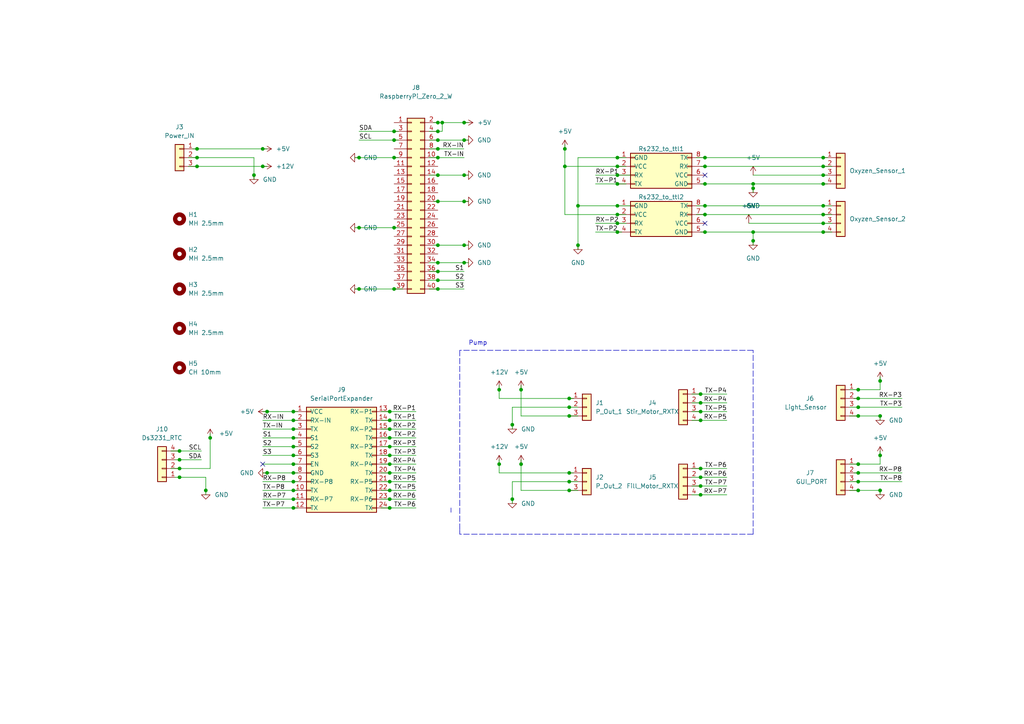
<source format=kicad_sch>
(kicad_sch (version 20211123) (generator eeschema)

  (uuid e63e39d7-6ac0-4ffd-8aa3-1841a4541b55)

  (paper "A4")

  (lib_symbols
    (symbol "Conn_01x04_1" (pin_names (offset 1.016) hide) (in_bom yes) (on_board yes)
      (property "Reference" "J" (id 0) (at 0 5.08 0)
        (effects (font (size 1.27 1.27)))
      )
      (property "Value" "Conn_01x04_1" (id 1) (at 0 -7.62 0)
        (effects (font (size 1.27 1.27)))
      )
      (property "Footprint" "" (id 2) (at 0 0 0)
        (effects (font (size 1.27 1.27)) hide)
      )
      (property "Datasheet" "~" (id 3) (at 0 0 0)
        (effects (font (size 1.27 1.27)) hide)
      )
      (property "ki_keywords" "connector" (id 4) (at 0 0 0)
        (effects (font (size 1.27 1.27)) hide)
      )
      (property "ki_description" "Generic connector, single row, 01x04, script generated (kicad-library-utils/schlib/autogen/connector/)" (id 5) (at 0 0 0)
        (effects (font (size 1.27 1.27)) hide)
      )
      (property "ki_fp_filters" "Connector*:*_1x??_*" (id 6) (at 0 0 0)
        (effects (font (size 1.27 1.27)) hide)
      )
      (symbol "Conn_01x04_1_1_1"
        (rectangle (start -1.27 -4.953) (end 0 -5.207)
          (stroke (width 0.1524) (type default) (color 0 0 0 0))
          (fill (type none))
        )
        (rectangle (start -1.27 -2.413) (end 0 -2.667)
          (stroke (width 0.1524) (type default) (color 0 0 0 0))
          (fill (type none))
        )
        (rectangle (start -1.27 0.127) (end 0 -0.127)
          (stroke (width 0.1524) (type default) (color 0 0 0 0))
          (fill (type none))
        )
        (rectangle (start -1.27 2.667) (end 0 2.413)
          (stroke (width 0.1524) (type default) (color 0 0 0 0))
          (fill (type none))
        )
        (rectangle (start -1.27 3.81) (end 1.27 -6.35)
          (stroke (width 0.254) (type default) (color 0 0 0 0))
          (fill (type background))
        )
        (pin passive line (at -5.08 2.54 0) (length 3.81)
          (name "Pin_1" (effects (font (size 1.27 1.27))))
          (number "1" (effects (font (size 1.27 1.27))))
        )
        (pin passive line (at -5.08 0 0) (length 3.81)
          (name "Pin_2" (effects (font (size 1.27 1.27))))
          (number "2" (effects (font (size 1.27 1.27))))
        )
        (pin passive line (at -5.08 -2.54 0) (length 3.81)
          (name "Pin_3" (effects (font (size 1.27 1.27))))
          (number "3" (effects (font (size 1.27 1.27))))
        )
        (pin passive line (at -5.08 -5.08 0) (length 3.81)
          (name "Pin_4" (effects (font (size 1.27 1.27))))
          (number "4" (effects (font (size 1.27 1.27))))
        )
      )
    )
    (symbol "Conn_02x04_Counter_Clockwise_1" (pin_names (offset 1.016)) (in_bom yes) (on_board yes)
      (property "Reference" "Rs232_to_ttl1" (id 0) (at 7.62 5.08 0)
        (effects (font (size 1.27 1.27)))
      )
      (property "Value" "Conn_02x04_Counter_Clockwise" (id 1) (at 1.27 6.35 0)
        (effects (font (size 1.27 1.27)) hide)
      )
      (property "Footprint" "" (id 2) (at 0 0 0)
        (effects (font (size 1.27 1.27)) hide)
      )
      (property "Datasheet" "~" (id 3) (at 0 0 0)
        (effects (font (size 1.27 1.27)) hide)
      )
      (property "ki_keywords" "connector" (id 4) (at 0 0 0)
        (effects (font (size 1.27 1.27)) hide)
      )
      (property "ki_description" "Generic connector, double row, 02x04, counter clockwise pin numbering scheme (similar to DIP packge numbering), script generated (kicad-library-utils/schlib/autogen/connector/)" (id 5) (at 0 0 0)
        (effects (font (size 1.27 1.27)) hide)
      )
      (property "ki_fp_filters" "Connector*:*_2x??_*" (id 6) (at 0 0 0)
        (effects (font (size 1.27 1.27)) hide)
      )
      (symbol "Conn_02x04_Counter_Clockwise_1_1_1"
        (rectangle (start -1.27 -4.953) (end 0 -5.207)
          (stroke (width 0.1524) (type default) (color 0 0 0 0))
          (fill (type none))
        )
        (rectangle (start -1.27 -2.413) (end 0 -2.667)
          (stroke (width 0.1524) (type default) (color 0 0 0 0))
          (fill (type none))
        )
        (rectangle (start -1.27 0.127) (end 0 -0.127)
          (stroke (width 0.1524) (type default) (color 0 0 0 0))
          (fill (type none))
        )
        (rectangle (start -1.27 2.667) (end 0 2.413)
          (stroke (width 0.1524) (type default) (color 0 0 0 0))
          (fill (type none))
        )
        (rectangle (start -1.27 3.81) (end 16.51 -6.35)
          (stroke (width 0.254) (type default) (color 0 0 0 0))
          (fill (type background))
        )
        (rectangle (start 16.51 -4.953) (end 15.24 -5.207)
          (stroke (width 0.1524) (type default) (color 0 0 0 0))
          (fill (type none))
        )
        (rectangle (start 16.51 -2.413) (end 15.24 -2.667)
          (stroke (width 0.1524) (type default) (color 0 0 0 0))
          (fill (type none))
        )
        (rectangle (start 16.51 0.127) (end 15.24 -0.127)
          (stroke (width 0.1524) (type default) (color 0 0 0 0))
          (fill (type none))
        )
        (rectangle (start 16.51 2.667) (end 15.24 2.413)
          (stroke (width 0.1524) (type default) (color 0 0 0 0))
          (fill (type none))
        )
        (pin passive line (at -5.08 2.54 0) (length 3.81)
          (name "GND" (effects (font (size 1.27 1.27))))
          (number "1" (effects (font (size 1.27 1.27))))
        )
        (pin passive line (at -5.08 0 0) (length 3.81)
          (name "VCC" (effects (font (size 1.27 1.27))))
          (number "2" (effects (font (size 1.27 1.27))))
        )
        (pin passive line (at -5.08 -2.54 0) (length 3.81)
          (name "RX" (effects (font (size 1.27 1.27))))
          (number "3" (effects (font (size 1.27 1.27))))
        )
        (pin passive line (at -5.08 -5.08 0) (length 3.81)
          (name "TX" (effects (font (size 1.27 1.27))))
          (number "4" (effects (font (size 1.27 1.27))))
        )
        (pin passive line (at 20.32 -5.08 180) (length 3.81)
          (name "GND" (effects (font (size 1.27 1.27))))
          (number "5" (effects (font (size 1.27 1.27))))
        )
        (pin passive line (at 20.32 -2.54 180) (length 3.81)
          (name "VCC" (effects (font (size 1.27 1.27))))
          (number "6" (effects (font (size 1.27 1.27))))
        )
        (pin passive line (at 20.32 0 180) (length 3.81)
          (name "RX" (effects (font (size 1.27 1.27))))
          (number "7" (effects (font (size 1.27 1.27))))
        )
        (pin passive line (at 20.32 2.54 180) (length 3.81)
          (name "TX" (effects (font (size 1.27 1.27))))
          (number "8" (effects (font (size 1.27 1.27))))
        )
      )
    )
    (symbol "Connector_Generic:Conn_01x03" (pin_names (offset 1.016) hide) (in_bom yes) (on_board yes)
      (property "Reference" "J" (id 0) (at 0 5.08 0)
        (effects (font (size 1.27 1.27)))
      )
      (property "Value" "Conn_01x03" (id 1) (at 0 -5.08 0)
        (effects (font (size 1.27 1.27)))
      )
      (property "Footprint" "" (id 2) (at 0 0 0)
        (effects (font (size 1.27 1.27)) hide)
      )
      (property "Datasheet" "~" (id 3) (at 0 0 0)
        (effects (font (size 1.27 1.27)) hide)
      )
      (property "ki_keywords" "connector" (id 4) (at 0 0 0)
        (effects (font (size 1.27 1.27)) hide)
      )
      (property "ki_description" "Generic connector, single row, 01x03, script generated (kicad-library-utils/schlib/autogen/connector/)" (id 5) (at 0 0 0)
        (effects (font (size 1.27 1.27)) hide)
      )
      (property "ki_fp_filters" "Connector*:*_1x??_*" (id 6) (at 0 0 0)
        (effects (font (size 1.27 1.27)) hide)
      )
      (symbol "Conn_01x03_1_1"
        (rectangle (start -1.27 -2.413) (end 0 -2.667)
          (stroke (width 0.1524) (type default) (color 0 0 0 0))
          (fill (type none))
        )
        (rectangle (start -1.27 0.127) (end 0 -0.127)
          (stroke (width 0.1524) (type default) (color 0 0 0 0))
          (fill (type none))
        )
        (rectangle (start -1.27 2.667) (end 0 2.413)
          (stroke (width 0.1524) (type default) (color 0 0 0 0))
          (fill (type none))
        )
        (rectangle (start -1.27 3.81) (end 1.27 -3.81)
          (stroke (width 0.254) (type default) (color 0 0 0 0))
          (fill (type background))
        )
        (pin passive line (at -5.08 2.54 0) (length 3.81)
          (name "Pin_1" (effects (font (size 1.27 1.27))))
          (number "1" (effects (font (size 1.27 1.27))))
        )
        (pin passive line (at -5.08 0 0) (length 3.81)
          (name "Pin_2" (effects (font (size 1.27 1.27))))
          (number "2" (effects (font (size 1.27 1.27))))
        )
        (pin passive line (at -5.08 -2.54 0) (length 3.81)
          (name "Pin_3" (effects (font (size 1.27 1.27))))
          (number "3" (effects (font (size 1.27 1.27))))
        )
      )
    )
    (symbol "Connector_Generic:Conn_01x04" (pin_names (offset 1.016) hide) (in_bom yes) (on_board yes)
      (property "Reference" "J" (id 0) (at 0 5.08 0)
        (effects (font (size 1.27 1.27)))
      )
      (property "Value" "Conn_01x04" (id 1) (at 0 -7.62 0)
        (effects (font (size 1.27 1.27)))
      )
      (property "Footprint" "" (id 2) (at 0 0 0)
        (effects (font (size 1.27 1.27)) hide)
      )
      (property "Datasheet" "~" (id 3) (at 0 0 0)
        (effects (font (size 1.27 1.27)) hide)
      )
      (property "ki_keywords" "connector" (id 4) (at 0 0 0)
        (effects (font (size 1.27 1.27)) hide)
      )
      (property "ki_description" "Generic connector, single row, 01x04, script generated (kicad-library-utils/schlib/autogen/connector/)" (id 5) (at 0 0 0)
        (effects (font (size 1.27 1.27)) hide)
      )
      (property "ki_fp_filters" "Connector*:*_1x??_*" (id 6) (at 0 0 0)
        (effects (font (size 1.27 1.27)) hide)
      )
      (symbol "Conn_01x04_1_1"
        (rectangle (start -1.27 -4.953) (end 0 -5.207)
          (stroke (width 0.1524) (type default) (color 0 0 0 0))
          (fill (type none))
        )
        (rectangle (start -1.27 -2.413) (end 0 -2.667)
          (stroke (width 0.1524) (type default) (color 0 0 0 0))
          (fill (type none))
        )
        (rectangle (start -1.27 0.127) (end 0 -0.127)
          (stroke (width 0.1524) (type default) (color 0 0 0 0))
          (fill (type none))
        )
        (rectangle (start -1.27 2.667) (end 0 2.413)
          (stroke (width 0.1524) (type default) (color 0 0 0 0))
          (fill (type none))
        )
        (rectangle (start -1.27 3.81) (end 1.27 -6.35)
          (stroke (width 0.254) (type default) (color 0 0 0 0))
          (fill (type background))
        )
        (pin passive line (at -5.08 2.54 0) (length 3.81)
          (name "Pin_1" (effects (font (size 1.27 1.27))))
          (number "1" (effects (font (size 1.27 1.27))))
        )
        (pin passive line (at -5.08 0 0) (length 3.81)
          (name "Pin_2" (effects (font (size 1.27 1.27))))
          (number "2" (effects (font (size 1.27 1.27))))
        )
        (pin passive line (at -5.08 -2.54 0) (length 3.81)
          (name "Pin_3" (effects (font (size 1.27 1.27))))
          (number "3" (effects (font (size 1.27 1.27))))
        )
        (pin passive line (at -5.08 -5.08 0) (length 3.81)
          (name "Pin_4" (effects (font (size 1.27 1.27))))
          (number "4" (effects (font (size 1.27 1.27))))
        )
      )
    )
    (symbol "Connector_Generic:Conn_02x12_Top_Bottom" (pin_names (offset 1.016)) (in_bom yes) (on_board yes)
      (property "Reference" "J9" (id 0) (at 0 19.05 0)
        (effects (font (size 1.27 1.27)))
      )
      (property "Value" "SerialPortExpander" (id 1) (at 0 16.51 0)
        (effects (font (size 1.27 1.27)))
      )
      (property "Footprint" "serialport expander 2x12pin 2.54mm:serialport expander 2x12pin 2.54mm" (id 2) (at 0 0 0)
        (effects (font (size 1.27 1.27)) hide)
      )
      (property "Datasheet" "~" (id 3) (at -11.43 0 0)
        (effects (font (size 1.27 1.27)) hide)
      )
      (property "ki_keywords" "connector" (id 4) (at 0 0 0)
        (effects (font (size 1.27 1.27)) hide)
      )
      (property "ki_description" "Generic connector, double row, 02x12, top/bottom pin numbering scheme (row 1: 1...pins_per_row, row2: pins_per_row+1 ... num_pins), script generated (kicad-library-utils/schlib/autogen/connector/)" (id 5) (at 0 0 0)
        (effects (font (size 1.27 1.27)) hide)
      )
      (property "ki_fp_filters" "Connector*:*_2x??_*" (id 6) (at 0 0 0)
        (effects (font (size 1.27 1.27)) hide)
      )
      (symbol "Conn_02x12_Top_Bottom_1_1"
        (rectangle (start -10.16 -15.113) (end -8.89 -15.367)
          (stroke (width 0.1524) (type default) (color 0 0 0 0))
          (fill (type none))
        )
        (rectangle (start -10.16 -12.573) (end -8.89 -12.827)
          (stroke (width 0.1524) (type default) (color 0 0 0 0))
          (fill (type none))
        )
        (rectangle (start -10.16 -10.033) (end -8.89 -10.287)
          (stroke (width 0.1524) (type default) (color 0 0 0 0))
          (fill (type none))
        )
        (rectangle (start -10.16 -7.493) (end -8.89 -7.747)
          (stroke (width 0.1524) (type default) (color 0 0 0 0))
          (fill (type none))
        )
        (rectangle (start -10.16 -4.953) (end -8.89 -5.207)
          (stroke (width 0.1524) (type default) (color 0 0 0 0))
          (fill (type none))
        )
        (rectangle (start -10.16 -2.413) (end -8.89 -2.667)
          (stroke (width 0.1524) (type default) (color 0 0 0 0))
          (fill (type none))
        )
        (rectangle (start -10.16 0.127) (end -8.89 -0.127)
          (stroke (width 0.1524) (type default) (color 0 0 0 0))
          (fill (type none))
        )
        (rectangle (start -10.16 2.667) (end -8.89 2.413)
          (stroke (width 0.1524) (type default) (color 0 0 0 0))
          (fill (type none))
        )
        (rectangle (start -10.16 5.207) (end -8.89 4.953)
          (stroke (width 0.1524) (type default) (color 0 0 0 0))
          (fill (type none))
        )
        (rectangle (start -10.16 7.747) (end -8.89 7.493)
          (stroke (width 0.1524) (type default) (color 0 0 0 0))
          (fill (type none))
        )
        (rectangle (start -10.16 10.287) (end -8.89 10.033)
          (stroke (width 0.1524) (type default) (color 0 0 0 0))
          (fill (type none))
        )
        (rectangle (start -10.16 12.827) (end -8.89 12.573)
          (stroke (width 0.1524) (type default) (color 0 0 0 0))
          (fill (type none))
        )
        (rectangle (start -10.16 13.97) (end 10.16 -16.51)
          (stroke (width 0.254) (type default) (color 0 0 0 0))
          (fill (type background))
        )
        (rectangle (start 10.16 -15.113) (end 8.89 -15.367)
          (stroke (width 0.1524) (type default) (color 0 0 0 0))
          (fill (type none))
        )
        (rectangle (start 10.16 -12.573) (end 8.89 -12.827)
          (stroke (width 0.1524) (type default) (color 0 0 0 0))
          (fill (type none))
        )
        (rectangle (start 10.16 -10.033) (end 8.89 -10.287)
          (stroke (width 0.1524) (type default) (color 0 0 0 0))
          (fill (type none))
        )
        (rectangle (start 10.16 -7.493) (end 8.89 -7.747)
          (stroke (width 0.1524) (type default) (color 0 0 0 0))
          (fill (type none))
        )
        (rectangle (start 10.16 -4.953) (end 8.89 -5.207)
          (stroke (width 0.1524) (type default) (color 0 0 0 0))
          (fill (type none))
        )
        (rectangle (start 10.16 -2.413) (end 8.89 -2.667)
          (stroke (width 0.1524) (type default) (color 0 0 0 0))
          (fill (type none))
        )
        (rectangle (start 10.16 0.127) (end 8.89 -0.127)
          (stroke (width 0.1524) (type default) (color 0 0 0 0))
          (fill (type none))
        )
        (rectangle (start 10.16 2.667) (end 8.89 2.413)
          (stroke (width 0.1524) (type default) (color 0 0 0 0))
          (fill (type none))
        )
        (rectangle (start 10.16 5.207) (end 8.89 4.953)
          (stroke (width 0.1524) (type default) (color 0 0 0 0))
          (fill (type none))
        )
        (rectangle (start 10.16 7.747) (end 8.89 7.493)
          (stroke (width 0.1524) (type default) (color 0 0 0 0))
          (fill (type none))
        )
        (rectangle (start 10.16 10.287) (end 8.89 10.033)
          (stroke (width 0.1524) (type default) (color 0 0 0 0))
          (fill (type none))
        )
        (rectangle (start 10.16 12.827) (end 8.89 12.573)
          (stroke (width 0.1524) (type default) (color 0 0 0 0))
          (fill (type none))
        )
        (pin passive line (at 13.97 12.7 180) (length 3.81)
          (name "VCC" (effects (font (size 1.27 1.27))))
          (number "1" (effects (font (size 1.27 1.27))))
        )
        (pin passive line (at 13.97 -10.16 180) (length 3.81)
          (name "TX" (effects (font (size 1.27 1.27))))
          (number "10" (effects (font (size 1.27 1.27))))
        )
        (pin passive line (at 13.97 -12.7 180) (length 3.81)
          (name "RX-P7" (effects (font (size 1.27 1.27))))
          (number "11" (effects (font (size 1.27 1.27))))
        )
        (pin passive line (at 13.97 -15.24 180) (length 3.81)
          (name "TX" (effects (font (size 1.27 1.27))))
          (number "12" (effects (font (size 1.27 1.27))))
        )
        (pin passive line (at -13.97 12.7 0) (length 3.81)
          (name "RX-P1" (effects (font (size 1.27 1.27))))
          (number "13" (effects (font (size 1.27 1.27))))
        )
        (pin passive line (at -13.97 10.16 0) (length 3.81)
          (name "TX" (effects (font (size 1.27 1.27))))
          (number "14" (effects (font (size 1.27 1.27))))
        )
        (pin passive line (at -13.97 7.62 0) (length 3.81)
          (name "RX-P2" (effects (font (size 1.27 1.27))))
          (number "15" (effects (font (size 1.27 1.27))))
        )
        (pin passive line (at -13.97 5.08 0) (length 3.81)
          (name "TX" (effects (font (size 1.27 1.27))))
          (number "16" (effects (font (size 1.27 1.27))))
        )
        (pin passive line (at -13.97 2.54 0) (length 3.81)
          (name "RX-P3" (effects (font (size 1.27 1.27))))
          (number "17" (effects (font (size 1.27 1.27))))
        )
        (pin passive line (at -13.97 0 0) (length 3.81)
          (name "TX" (effects (font (size 1.27 1.27))))
          (number "18" (effects (font (size 1.27 1.27))))
        )
        (pin passive line (at -13.97 -2.54 0) (length 3.81)
          (name "RX-P4" (effects (font (size 1.27 1.27))))
          (number "19" (effects (font (size 1.27 1.27))))
        )
        (pin passive line (at 13.97 10.16 180) (length 3.81)
          (name "RX-IN" (effects (font (size 1.27 1.27))))
          (number "2" (effects (font (size 1.27 1.27))))
        )
        (pin passive line (at -13.97 -5.08 0) (length 3.81)
          (name "TX" (effects (font (size 1.27 1.27))))
          (number "20" (effects (font (size 1.27 1.27))))
        )
        (pin passive line (at -13.97 -7.62 0) (length 3.81)
          (name "RX-P5" (effects (font (size 1.27 1.27))))
          (number "21" (effects (font (size 1.27 1.27))))
        )
        (pin passive line (at -13.97 -10.16 0) (length 3.81)
          (name "TX" (effects (font (size 1.27 1.27))))
          (number "22" (effects (font (size 1.27 1.27))))
        )
        (pin passive line (at -13.97 -12.7 0) (length 3.81)
          (name "RX-P6" (effects (font (size 1.27 1.27))))
          (number "23" (effects (font (size 1.27 1.27))))
        )
        (pin passive line (at -13.97 -15.24 0) (length 3.81)
          (name "TX" (effects (font (size 1.27 1.27))))
          (number "24" (effects (font (size 1.27 1.27))))
        )
        (pin passive line (at 13.97 7.62 180) (length 3.81)
          (name "TX" (effects (font (size 1.27 1.27))))
          (number "3" (effects (font (size 1.27 1.27))))
        )
        (pin passive line (at 13.97 5.08 180) (length 3.81)
          (name "S1" (effects (font (size 1.27 1.27))))
          (number "4" (effects (font (size 1.27 1.27))))
        )
        (pin passive line (at 13.97 2.54 180) (length 3.81)
          (name "S2" (effects (font (size 1.27 1.27))))
          (number "5" (effects (font (size 1.27 1.27))))
        )
        (pin passive line (at 13.97 0 180) (length 3.81)
          (name "S3" (effects (font (size 1.27 1.27))))
          (number "6" (effects (font (size 1.27 1.27))))
        )
        (pin passive line (at 13.97 -2.54 180) (length 3.81)
          (name "EN" (effects (font (size 1.27 1.27))))
          (number "7" (effects (font (size 1.27 1.27))))
        )
        (pin passive line (at 13.97 -5.08 180) (length 3.81)
          (name "GND" (effects (font (size 1.27 1.27))))
          (number "8" (effects (font (size 1.27 1.27))))
        )
        (pin passive line (at 13.97 -7.62 180) (length 3.81)
          (name "RX-P8" (effects (font (size 1.27 1.27))))
          (number "9" (effects (font (size 1.27 1.27))))
        )
      )
    )
    (symbol "Connector_Generic:Conn_02x20_Odd_Even" (pin_names (offset 1.016) hide) (in_bom yes) (on_board yes)
      (property "Reference" "J8" (id 0) (at 1.27 33.02 0)
        (effects (font (size 1.27 1.27)))
      )
      (property "Value" "RaspberryPi_Zero_2_W" (id 1) (at 1.27 30.48 0)
        (effects (font (size 1.27 1.27)))
      )
      (property "Footprint" "Raspberry_Pi_Zero_W__v1.3_:RASPBERRYPIZEROWV13" (id 2) (at 0 0 0)
        (effects (font (size 1.27 1.27)) hide)
      )
      (property "Datasheet" "~" (id 3) (at 0 0 0)
        (effects (font (size 1.27 1.27)) hide)
      )
      (property "ki_keywords" "connector" (id 4) (at 0 0 0)
        (effects (font (size 1.27 1.27)) hide)
      )
      (property "ki_description" "Generic connector, double row, 02x20, odd/even pin numbering scheme (row 1 odd numbers, row 2 even numbers), script generated (kicad-library-utils/schlib/autogen/connector/)" (id 5) (at 0 0 0)
        (effects (font (size 1.27 1.27)) hide)
      )
      (property "ki_fp_filters" "Connector*:*_2x??_*" (id 6) (at 0 0 0)
        (effects (font (size 1.27 1.27)) hide)
      )
      (symbol "Conn_02x20_Odd_Even_1_1"
        (rectangle (start -1.27 -25.273) (end 0 -25.527)
          (stroke (width 0.1524) (type default) (color 0 0 0 0))
          (fill (type none))
        )
        (rectangle (start -1.27 -22.733) (end 0 -22.987)
          (stroke (width 0.1524) (type default) (color 0 0 0 0))
          (fill (type none))
        )
        (rectangle (start -1.27 -20.193) (end 0 -20.447)
          (stroke (width 0.1524) (type default) (color 0 0 0 0))
          (fill (type none))
        )
        (rectangle (start -1.27 -17.653) (end 0 -17.907)
          (stroke (width 0.1524) (type default) (color 0 0 0 0))
          (fill (type none))
        )
        (rectangle (start -1.27 -15.113) (end 0 -15.367)
          (stroke (width 0.1524) (type default) (color 0 0 0 0))
          (fill (type none))
        )
        (rectangle (start -1.27 -12.573) (end 0 -12.827)
          (stroke (width 0.1524) (type default) (color 0 0 0 0))
          (fill (type none))
        )
        (rectangle (start -1.27 -10.033) (end 0 -10.287)
          (stroke (width 0.1524) (type default) (color 0 0 0 0))
          (fill (type none))
        )
        (rectangle (start -1.27 -7.493) (end 0 -7.747)
          (stroke (width 0.1524) (type default) (color 0 0 0 0))
          (fill (type none))
        )
        (rectangle (start -1.27 -4.953) (end 0 -5.207)
          (stroke (width 0.1524) (type default) (color 0 0 0 0))
          (fill (type none))
        )
        (rectangle (start -1.27 -2.413) (end 0 -2.667)
          (stroke (width 0.1524) (type default) (color 0 0 0 0))
          (fill (type none))
        )
        (rectangle (start -1.27 0.127) (end 0 -0.127)
          (stroke (width 0.1524) (type default) (color 0 0 0 0))
          (fill (type none))
        )
        (rectangle (start -1.27 2.667) (end 0 2.413)
          (stroke (width 0.1524) (type default) (color 0 0 0 0))
          (fill (type none))
        )
        (rectangle (start -1.27 5.207) (end 0 4.953)
          (stroke (width 0.1524) (type default) (color 0 0 0 0))
          (fill (type none))
        )
        (rectangle (start -1.27 7.747) (end 0 7.493)
          (stroke (width 0.1524) (type default) (color 0 0 0 0))
          (fill (type none))
        )
        (rectangle (start -1.27 10.287) (end 0 10.033)
          (stroke (width 0.1524) (type default) (color 0 0 0 0))
          (fill (type none))
        )
        (rectangle (start -1.27 12.827) (end 0 12.573)
          (stroke (width 0.1524) (type default) (color 0 0 0 0))
          (fill (type none))
        )
        (rectangle (start -1.27 15.367) (end 0 15.113)
          (stroke (width 0.1524) (type default) (color 0 0 0 0))
          (fill (type none))
        )
        (rectangle (start -1.27 17.907) (end 0 17.653)
          (stroke (width 0.1524) (type default) (color 0 0 0 0))
          (fill (type none))
        )
        (rectangle (start -1.27 20.447) (end 0 20.193)
          (stroke (width 0.1524) (type default) (color 0 0 0 0))
          (fill (type none))
        )
        (rectangle (start -1.27 22.987) (end 0 22.733)
          (stroke (width 0.1524) (type default) (color 0 0 0 0))
          (fill (type none))
        )
        (rectangle (start -1.27 24.13) (end 3.81 -26.67)
          (stroke (width 0.254) (type default) (color 0 0 0 0))
          (fill (type background))
        )
        (rectangle (start 3.81 -25.273) (end 2.54 -25.527)
          (stroke (width 0.1524) (type default) (color 0 0 0 0))
          (fill (type none))
        )
        (rectangle (start 3.81 -22.733) (end 2.54 -22.987)
          (stroke (width 0.1524) (type default) (color 0 0 0 0))
          (fill (type none))
        )
        (rectangle (start 3.81 -20.193) (end 2.54 -20.447)
          (stroke (width 0.1524) (type default) (color 0 0 0 0))
          (fill (type none))
        )
        (rectangle (start 3.81 -17.653) (end 2.54 -17.907)
          (stroke (width 0.1524) (type default) (color 0 0 0 0))
          (fill (type none))
        )
        (rectangle (start 3.81 -15.113) (end 2.54 -15.367)
          (stroke (width 0.1524) (type default) (color 0 0 0 0))
          (fill (type none))
        )
        (rectangle (start 3.81 -12.573) (end 2.54 -12.827)
          (stroke (width 0.1524) (type default) (color 0 0 0 0))
          (fill (type none))
        )
        (rectangle (start 3.81 -10.033) (end 2.54 -10.287)
          (stroke (width 0.1524) (type default) (color 0 0 0 0))
          (fill (type none))
        )
        (rectangle (start 3.81 -7.493) (end 2.54 -7.747)
          (stroke (width 0.1524) (type default) (color 0 0 0 0))
          (fill (type none))
        )
        (rectangle (start 3.81 -4.953) (end 2.54 -5.207)
          (stroke (width 0.1524) (type default) (color 0 0 0 0))
          (fill (type none))
        )
        (rectangle (start 3.81 -2.413) (end 2.54 -2.667)
          (stroke (width 0.1524) (type default) (color 0 0 0 0))
          (fill (type none))
        )
        (rectangle (start 3.81 0.127) (end 2.54 -0.127)
          (stroke (width 0.1524) (type default) (color 0 0 0 0))
          (fill (type none))
        )
        (rectangle (start 3.81 2.667) (end 2.54 2.413)
          (stroke (width 0.1524) (type default) (color 0 0 0 0))
          (fill (type none))
        )
        (rectangle (start 3.81 5.207) (end 2.54 4.953)
          (stroke (width 0.1524) (type default) (color 0 0 0 0))
          (fill (type none))
        )
        (rectangle (start 3.81 7.747) (end 2.54 7.493)
          (stroke (width 0.1524) (type default) (color 0 0 0 0))
          (fill (type none))
        )
        (rectangle (start 3.81 10.287) (end 2.54 10.033)
          (stroke (width 0.1524) (type default) (color 0 0 0 0))
          (fill (type none))
        )
        (rectangle (start 3.81 12.827) (end 2.54 12.573)
          (stroke (width 0.1524) (type default) (color 0 0 0 0))
          (fill (type none))
        )
        (rectangle (start 3.81 15.367) (end 2.54 15.113)
          (stroke (width 0.1524) (type default) (color 0 0 0 0))
          (fill (type none))
        )
        (rectangle (start 3.81 17.907) (end 2.54 17.653)
          (stroke (width 0.1524) (type default) (color 0 0 0 0))
          (fill (type none))
        )
        (rectangle (start 3.81 20.447) (end 2.54 20.193)
          (stroke (width 0.1524) (type default) (color 0 0 0 0))
          (fill (type none))
        )
        (rectangle (start 3.81 22.987) (end 2.54 22.733)
          (stroke (width 0.1524) (type default) (color 0 0 0 0))
          (fill (type none))
        )
        (pin passive line (at -5.08 22.86 0) (length 3.81)
          (name "Pin_1" (effects (font (size 1.27 1.27))))
          (number "1" (effects (font (size 1.27 1.27))))
        )
        (pin passive line (at 7.62 12.7 180) (length 3.81)
          (name "Pin_10" (effects (font (size 1.27 1.27))))
          (number "10" (effects (font (size 1.27 1.27))))
        )
        (pin passive line (at -5.08 10.16 0) (length 3.81)
          (name "Pin_11" (effects (font (size 1.27 1.27))))
          (number "11" (effects (font (size 1.27 1.27))))
        )
        (pin passive line (at 7.62 10.16 180) (length 3.81)
          (name "Pin_12" (effects (font (size 1.27 1.27))))
          (number "12" (effects (font (size 1.27 1.27))))
        )
        (pin passive line (at -5.08 7.62 0) (length 3.81)
          (name "Pin_13" (effects (font (size 1.27 1.27))))
          (number "13" (effects (font (size 1.27 1.27))))
        )
        (pin passive line (at 7.62 7.62 180) (length 3.81)
          (name "Pin_14" (effects (font (size 1.27 1.27))))
          (number "14" (effects (font (size 1.27 1.27))))
        )
        (pin passive line (at -5.08 5.08 0) (length 3.81)
          (name "Pin_15" (effects (font (size 1.27 1.27))))
          (number "15" (effects (font (size 1.27 1.27))))
        )
        (pin passive line (at 7.62 5.08 180) (length 3.81)
          (name "Pin_16" (effects (font (size 1.27 1.27))))
          (number "16" (effects (font (size 1.27 1.27))))
        )
        (pin passive line (at -5.08 2.54 0) (length 3.81)
          (name "Pin_17" (effects (font (size 1.27 1.27))))
          (number "17" (effects (font (size 1.27 1.27))))
        )
        (pin passive line (at 7.62 2.54 180) (length 3.81)
          (name "Pin_18" (effects (font (size 1.27 1.27))))
          (number "18" (effects (font (size 1.27 1.27))))
        )
        (pin passive line (at -5.08 0 0) (length 3.81)
          (name "Pin_19" (effects (font (size 1.27 1.27))))
          (number "19" (effects (font (size 1.27 1.27))))
        )
        (pin passive line (at 7.62 22.86 180) (length 3.81)
          (name "Pin_2" (effects (font (size 1.27 1.27))))
          (number "2" (effects (font (size 1.27 1.27))))
        )
        (pin passive line (at 7.62 0 180) (length 3.81)
          (name "Pin_20" (effects (font (size 1.27 1.27))))
          (number "20" (effects (font (size 1.27 1.27))))
        )
        (pin passive line (at -5.08 -2.54 0) (length 3.81)
          (name "Pin_21" (effects (font (size 1.27 1.27))))
          (number "21" (effects (font (size 1.27 1.27))))
        )
        (pin passive line (at 7.62 -2.54 180) (length 3.81)
          (name "Pin_22" (effects (font (size 1.27 1.27))))
          (number "22" (effects (font (size 1.27 1.27))))
        )
        (pin passive line (at -5.08 -5.08 0) (length 3.81)
          (name "Pin_23" (effects (font (size 1.27 1.27))))
          (number "23" (effects (font (size 1.27 1.27))))
        )
        (pin passive line (at 7.62 -5.08 180) (length 3.81)
          (name "Pin_24" (effects (font (size 1.27 1.27))))
          (number "24" (effects (font (size 1.27 1.27))))
        )
        (pin passive line (at -5.08 -7.62 0) (length 3.81)
          (name "Pin_25" (effects (font (size 1.27 1.27))))
          (number "25" (effects (font (size 1.27 1.27))))
        )
        (pin passive line (at 7.62 -7.62 180) (length 3.81)
          (name "Pin_26" (effects (font (size 1.27 1.27))))
          (number "26" (effects (font (size 1.27 1.27))))
        )
        (pin passive line (at -5.08 -10.16 0) (length 3.81)
          (name "Pin_27" (effects (font (size 1.27 1.27))))
          (number "27" (effects (font (size 1.27 1.27))))
        )
        (pin passive line (at 7.62 -10.16 180) (length 3.81)
          (name "Pin_28" (effects (font (size 1.27 1.27))))
          (number "28" (effects (font (size 1.27 1.27))))
        )
        (pin passive line (at -5.08 -12.7 0) (length 3.81)
          (name "Pin_29" (effects (font (size 1.27 1.27))))
          (number "29" (effects (font (size 1.27 1.27))))
        )
        (pin passive line (at -5.08 20.32 0) (length 3.81)
          (name "Pin_3" (effects (font (size 1.27 1.27))))
          (number "3" (effects (font (size 1.27 1.27))))
        )
        (pin passive line (at 7.62 -12.7 180) (length 3.81)
          (name "Pin_30" (effects (font (size 1.27 1.27))))
          (number "30" (effects (font (size 1.27 1.27))))
        )
        (pin passive line (at -5.08 -15.24 0) (length 3.81)
          (name "Pin_31" (effects (font (size 1.27 1.27))))
          (number "31" (effects (font (size 1.27 1.27))))
        )
        (pin passive line (at 7.62 -15.24 180) (length 3.81)
          (name "Pin_32" (effects (font (size 1.27 1.27))))
          (number "32" (effects (font (size 1.27 1.27))))
        )
        (pin passive line (at -5.08 -17.78 0) (length 3.81)
          (name "Pin_33" (effects (font (size 1.27 1.27))))
          (number "33" (effects (font (size 1.27 1.27))))
        )
        (pin passive line (at 7.62 -17.78 180) (length 3.81)
          (name "Pin_34" (effects (font (size 1.27 1.27))))
          (number "34" (effects (font (size 1.27 1.27))))
        )
        (pin passive line (at -5.08 -20.32 0) (length 3.81)
          (name "Pin_35" (effects (font (size 1.27 1.27))))
          (number "35" (effects (font (size 1.27 1.27))))
        )
        (pin passive line (at 7.62 -20.32 180) (length 3.81)
          (name "Pin_36" (effects (font (size 1.27 1.27))))
          (number "36" (effects (font (size 1.27 1.27))))
        )
        (pin passive line (at -5.08 -22.86 0) (length 3.81)
          (name "Pin_37" (effects (font (size 1.27 1.27))))
          (number "37" (effects (font (size 1.27 1.27))))
        )
        (pin passive line (at 7.62 -22.86 180) (length 3.81)
          (name "Pin_38" (effects (font (size 1.27 1.27))))
          (number "38" (effects (font (size 1.27 1.27))))
        )
        (pin passive line (at -5.08 -25.4 0) (length 3.81)
          (name "Pin_39" (effects (font (size 1.27 1.27))))
          (number "39" (effects (font (size 1.27 1.27))))
        )
        (pin passive line (at 7.62 20.32 180) (length 3.81)
          (name "Pin_4" (effects (font (size 1.27 1.27))))
          (number "4" (effects (font (size 1.27 1.27))))
        )
        (pin passive line (at 7.62 -25.4 180) (length 3.81)
          (name "Pin_40" (effects (font (size 1.27 1.27))))
          (number "40" (effects (font (size 1.27 1.27))))
        )
        (pin passive line (at -5.08 17.78 0) (length 3.81)
          (name "Pin_5" (effects (font (size 1.27 1.27))))
          (number "5" (effects (font (size 1.27 1.27))))
        )
        (pin passive line (at 7.62 17.78 180) (length 3.81)
          (name "Pin_6" (effects (font (size 1.27 1.27))))
          (number "6" (effects (font (size 1.27 1.27))))
        )
        (pin passive line (at -5.08 15.24 0) (length 3.81)
          (name "Pin_7" (effects (font (size 1.27 1.27))))
          (number "7" (effects (font (size 1.27 1.27))))
        )
        (pin passive line (at 7.62 15.24 180) (length 3.81)
          (name "Pin_8" (effects (font (size 1.27 1.27))))
          (number "8" (effects (font (size 1.27 1.27))))
        )
        (pin passive line (at -5.08 12.7 0) (length 3.81)
          (name "Pin_9" (effects (font (size 1.27 1.27))))
          (number "9" (effects (font (size 1.27 1.27))))
        )
        (pin passive non_logic (at 3.81 24.13 90) (length 3.81) hide
          (name "MH1" (effects (font (size 1.27 1.27))))
          (number "MH1" (effects (font (size 1.27 1.27))))
        )
        (pin passive non_logic (at -1.27 24.13 90) (length 3.81) hide
          (name "MH2" (effects (font (size 1.27 1.27))))
          (number "MH2" (effects (font (size 1.27 1.27))))
        )
        (pin passive non_logic (at -1.27 -26.67 270) (length 3.81) hide
          (name "MH3" (effects (font (size 1.27 1.27))))
          (number "MH3" (effects (font (size 1.27 1.27))))
        )
        (pin passive non_logic (at 3.81 -26.67 270) (length 3.81) hide
          (name "MH4" (effects (font (size 1.27 1.27))))
          (number "MH4" (effects (font (size 1.27 1.27))))
        )
      )
    )
    (symbol "Mechanical:MountingHole" (pin_names (offset 1.016)) (in_bom yes) (on_board yes)
      (property "Reference" "H" (id 0) (at 0 5.08 0)
        (effects (font (size 1.27 1.27)))
      )
      (property "Value" "MountingHole" (id 1) (at 0 3.175 0)
        (effects (font (size 1.27 1.27)))
      )
      (property "Footprint" "" (id 2) (at 0 0 0)
        (effects (font (size 1.27 1.27)) hide)
      )
      (property "Datasheet" "~" (id 3) (at 0 0 0)
        (effects (font (size 1.27 1.27)) hide)
      )
      (property "ki_keywords" "mounting hole" (id 4) (at 0 0 0)
        (effects (font (size 1.27 1.27)) hide)
      )
      (property "ki_description" "Mounting Hole without connection" (id 5) (at 0 0 0)
        (effects (font (size 1.27 1.27)) hide)
      )
      (property "ki_fp_filters" "MountingHole*" (id 6) (at 0 0 0)
        (effects (font (size 1.27 1.27)) hide)
      )
      (symbol "MountingHole_0_1"
        (circle (center 0 0) (radius 1.27)
          (stroke (width 1.27) (type default) (color 0 0 0 0))
          (fill (type none))
        )
      )
    )
    (symbol "power:+12V" (power) (pin_names (offset 0)) (in_bom yes) (on_board yes)
      (property "Reference" "#PWR" (id 0) (at 0 -3.81 0)
        (effects (font (size 1.27 1.27)) hide)
      )
      (property "Value" "+12V" (id 1) (at 0 3.556 0)
        (effects (font (size 1.27 1.27)))
      )
      (property "Footprint" "" (id 2) (at 0 0 0)
        (effects (font (size 1.27 1.27)) hide)
      )
      (property "Datasheet" "" (id 3) (at 0 0 0)
        (effects (font (size 1.27 1.27)) hide)
      )
      (property "ki_keywords" "power-flag" (id 4) (at 0 0 0)
        (effects (font (size 1.27 1.27)) hide)
      )
      (property "ki_description" "Power symbol creates a global label with name \"+12V\"" (id 5) (at 0 0 0)
        (effects (font (size 1.27 1.27)) hide)
      )
      (symbol "+12V_0_1"
        (polyline
          (pts
            (xy -0.762 1.27)
            (xy 0 2.54)
          )
          (stroke (width 0) (type default) (color 0 0 0 0))
          (fill (type none))
        )
        (polyline
          (pts
            (xy 0 0)
            (xy 0 2.54)
          )
          (stroke (width 0) (type default) (color 0 0 0 0))
          (fill (type none))
        )
        (polyline
          (pts
            (xy 0 2.54)
            (xy 0.762 1.27)
          )
          (stroke (width 0) (type default) (color 0 0 0 0))
          (fill (type none))
        )
      )
      (symbol "+12V_1_1"
        (pin power_in line (at 0 0 90) (length 0) hide
          (name "+12V" (effects (font (size 1.27 1.27))))
          (number "1" (effects (font (size 1.27 1.27))))
        )
      )
    )
    (symbol "power:+5V" (power) (pin_names (offset 0)) (in_bom yes) (on_board yes)
      (property "Reference" "#PWR" (id 0) (at 0 -3.81 0)
        (effects (font (size 1.27 1.27)) hide)
      )
      (property "Value" "+5V" (id 1) (at 0 3.556 0)
        (effects (font (size 1.27 1.27)))
      )
      (property "Footprint" "" (id 2) (at 0 0 0)
        (effects (font (size 1.27 1.27)) hide)
      )
      (property "Datasheet" "" (id 3) (at 0 0 0)
        (effects (font (size 1.27 1.27)) hide)
      )
      (property "ki_keywords" "power-flag" (id 4) (at 0 0 0)
        (effects (font (size 1.27 1.27)) hide)
      )
      (property "ki_description" "Power symbol creates a global label with name \"+5V\"" (id 5) (at 0 0 0)
        (effects (font (size 1.27 1.27)) hide)
      )
      (symbol "+5V_0_1"
        (polyline
          (pts
            (xy -0.762 1.27)
            (xy 0 2.54)
          )
          (stroke (width 0) (type default) (color 0 0 0 0))
          (fill (type none))
        )
        (polyline
          (pts
            (xy 0 0)
            (xy 0 2.54)
          )
          (stroke (width 0) (type default) (color 0 0 0 0))
          (fill (type none))
        )
        (polyline
          (pts
            (xy 0 2.54)
            (xy 0.762 1.27)
          )
          (stroke (width 0) (type default) (color 0 0 0 0))
          (fill (type none))
        )
      )
      (symbol "+5V_1_1"
        (pin power_in line (at 0 0 90) (length 0) hide
          (name "+5V" (effects (font (size 1.27 1.27))))
          (number "1" (effects (font (size 1.27 1.27))))
        )
      )
    )
    (symbol "power:GND" (power) (pin_names (offset 0)) (in_bom yes) (on_board yes)
      (property "Reference" "#PWR" (id 0) (at 0 -6.35 0)
        (effects (font (size 1.27 1.27)) hide)
      )
      (property "Value" "GND" (id 1) (at 0 -3.81 0)
        (effects (font (size 1.27 1.27)))
      )
      (property "Footprint" "" (id 2) (at 0 0 0)
        (effects (font (size 1.27 1.27)) hide)
      )
      (property "Datasheet" "" (id 3) (at 0 0 0)
        (effects (font (size 1.27 1.27)) hide)
      )
      (property "ki_keywords" "power-flag" (id 4) (at 0 0 0)
        (effects (font (size 1.27 1.27)) hide)
      )
      (property "ki_description" "Power symbol creates a global label with name \"GND\" , ground" (id 5) (at 0 0 0)
        (effects (font (size 1.27 1.27)) hide)
      )
      (symbol "GND_0_1"
        (polyline
          (pts
            (xy 0 0)
            (xy 0 -1.27)
            (xy 1.27 -1.27)
            (xy 0 -2.54)
            (xy -1.27 -1.27)
            (xy 0 -1.27)
          )
          (stroke (width 0) (type default) (color 0 0 0 0))
          (fill (type none))
        )
      )
      (symbol "GND_1_1"
        (pin power_in line (at 0 0 270) (length 0) hide
          (name "GND" (effects (font (size 1.27 1.27))))
          (number "1" (effects (font (size 1.27 1.27))))
        )
      )
    )
  )

  (junction (at 134.62 71.12) (diameter 0) (color 0 0 0 0)
    (uuid 010315b1-02d9-4ffc-956e-9761054d3a85)
  )
  (junction (at 52.07 135.89) (diameter 0) (color 0 0 0 0)
    (uuid 012fc7d8-15df-442f-a552-f5bf67c944e0)
  )
  (junction (at 57.15 48.26) (diameter 0) (color 0 0 0 0)
    (uuid 013b9153-b11c-4e4e-b22b-b3263cdb87c1)
  )
  (junction (at 218.44 53.34) (diameter 0) (color 0 0 0 0)
    (uuid 016ba532-944b-4e33-a527-ef1293edb64c)
  )
  (junction (at 113.03 121.92) (diameter 0) (color 0 0 0 0)
    (uuid 02059bf9-4c2d-4f6f-91c0-d6d617baa6e8)
  )
  (junction (at 114.3 38.1) (diameter 0) (color 0 0 0 0)
    (uuid 0a48ead3-ae75-4d18-8cd4-afc0212fb2c9)
  )
  (junction (at 113.03 144.78) (diameter 0) (color 0 0 0 0)
    (uuid 0d38d35c-b656-4b88-bc89-fef0792ceaa4)
  )
  (junction (at 73.66 50.8) (diameter 0) (color 0 0 0 0)
    (uuid 0e3900af-1cc5-4fda-904b-604b9a87cff4)
  )
  (junction (at 238.76 53.34) (diameter 0) (color 0 0 0 0)
    (uuid 0f537703-bc76-481c-8b9c-66975cf4c41a)
  )
  (junction (at 204.47 45.72) (diameter 0) (color 0 0 0 0)
    (uuid 127ea6e1-da51-4db4-b95f-0f5adaf12b97)
  )
  (junction (at 134.62 50.8) (diameter 0) (color 0 0 0 0)
    (uuid 13d80ea4-241e-45c4-876d-85fd23984592)
  )
  (junction (at 114.3 66.04) (diameter 0) (color 0 0 0 0)
    (uuid 16bb01a2-07a2-4880-97b9-d8fc43b4ccae)
  )
  (junction (at 179.07 67.31) (diameter 0) (color 0 0 0 0)
    (uuid 16bd39cb-af69-4dc7-ae50-2f75f4892d74)
  )
  (junction (at 248.92 118.11) (diameter 0) (color 0 0 0 0)
    (uuid 16bee173-0782-4267-b62a-475637804880)
  )
  (junction (at 255.27 120.65) (diameter 0) (color 0 0 0 0)
    (uuid 1a1fa1ff-6ac3-41cd-b89d-4675ae000dc1)
  )
  (junction (at 179.07 50.8) (diameter 0) (color 0 0 0 0)
    (uuid 1c401589-560f-498e-b222-12029290615e)
  )
  (junction (at 179.07 59.69) (diameter 0) (color 0 0 0 0)
    (uuid 1d25c55b-529d-4f4e-a0dd-8de1bc32b4f3)
  )
  (junction (at 127 45.72) (diameter 0) (color 0 0 0 0)
    (uuid 1d6f29fd-ca4c-40c8-9edb-beddc46f7b4f)
  )
  (junction (at 76.2 43.18) (diameter 0) (color 0 0 0 0)
    (uuid 217a308a-c8cf-474e-9b52-fb859c1234c5)
  )
  (junction (at 127 43.18) (diameter 0) (color 0 0 0 0)
    (uuid 22809946-0d1a-4cee-9a5e-68c3db5d9373)
  )
  (junction (at 203.2 116.84) (diameter 0) (color 0 0 0 0)
    (uuid 249311b0-24cb-4d24-9ba3-7af4e9e71dc3)
  )
  (junction (at 77.47 137.16) (diameter 0) (color 0 0 0 0)
    (uuid 25670ae7-2454-43d9-92fc-4cf50fe3e51e)
  )
  (junction (at 127 78.74) (diameter 0) (color 0 0 0 0)
    (uuid 259a9b19-bf3e-43dd-976e-9490849c1e04)
  )
  (junction (at 134.62 40.64) (diameter 0) (color 0 0 0 0)
    (uuid 25f63255-9c0d-406c-9dd7-257b344920f6)
  )
  (junction (at 238.76 50.8) (diameter 0) (color 0 0 0 0)
    (uuid 26f496e6-31f3-489c-9409-a702670dad5c)
  )
  (junction (at 134.62 58.42) (diameter 0) (color 0 0 0 0)
    (uuid 273f339f-199d-40b9-938d-e2e7310082b9)
  )
  (junction (at 203.2 143.51) (diameter 0) (color 0 0 0 0)
    (uuid 27f205c2-5f95-4280-9135-816840235c7b)
  )
  (junction (at 104.14 83.82) (diameter 0) (color 0 0 0 0)
    (uuid 28e628c3-5133-4916-9312-b21c73885797)
  )
  (junction (at 85.09 119.38) (diameter 0) (color 0 0 0 0)
    (uuid 29affb45-78f9-44b2-acf5-49d464037b8d)
  )
  (junction (at 165.1 139.7) (diameter 0) (color 0 0 0 0)
    (uuid 2e565cb3-b60b-4b02-ad25-cb3627b0b0a3)
  )
  (junction (at 248.92 113.03) (diameter 0) (color 0 0 0 0)
    (uuid 2f0c0387-4406-43ef-9a46-863a5d21d8d0)
  )
  (junction (at 113.03 129.54) (diameter 0) (color 0 0 0 0)
    (uuid 2f596332-612b-45d3-9717-7f7617ca466b)
  )
  (junction (at 204.47 67.31) (diameter 0) (color 0 0 0 0)
    (uuid 30442397-9ff4-47b9-8823-20ba22b63a8c)
  )
  (junction (at 113.03 137.16) (diameter 0) (color 0 0 0 0)
    (uuid 316b96a9-17fc-45cd-bdbc-cd098303e43b)
  )
  (junction (at 203.2 121.92) (diameter 0) (color 0 0 0 0)
    (uuid 3318e636-b95d-4837-b768-7a9d64e2964e)
  )
  (junction (at 203.2 135.89) (diameter 0) (color 0 0 0 0)
    (uuid 341b519c-fae2-4e6a-9b37-6d9cc88834f0)
  )
  (junction (at 85.09 127) (diameter 0) (color 0 0 0 0)
    (uuid 359ffa4b-2052-4e53-83ba-702b958d10a4)
  )
  (junction (at 163.83 48.26) (diameter 0) (color 0 0 0 0)
    (uuid 38342072-06e3-44a8-9573-70343f2f075a)
  )
  (junction (at 163.83 43.18) (diameter 0) (color 0 0 0 0)
    (uuid 384de206-1900-4613-a215-91a12833124e)
  )
  (junction (at 104.14 66.04) (diameter 0) (color 0 0 0 0)
    (uuid 3a24bd70-d30f-4e4b-8f09-5e83bc0bf88e)
  )
  (junction (at 128.27 35.56) (diameter 0) (color 0 0 0 0)
    (uuid 46564e5e-3ce8-4853-9c5a-21f8764785af)
  )
  (junction (at 113.03 147.32) (diameter 0) (color 0 0 0 0)
    (uuid 47641d25-78a2-4c74-802d-c2a894680ee3)
  )
  (junction (at 113.03 134.62) (diameter 0) (color 0 0 0 0)
    (uuid 4b365a4f-069b-464d-a5a4-3619f008e626)
  )
  (junction (at 238.76 64.77) (diameter 0) (color 0 0 0 0)
    (uuid 4bc20d13-8dd0-43ec-9250-75c8a9d16547)
  )
  (junction (at 76.2 48.26) (diameter 0) (color 0 0 0 0)
    (uuid 4d247d80-9354-413b-9fff-919ae8deccb2)
  )
  (junction (at 113.03 119.38) (diameter 0) (color 0 0 0 0)
    (uuid 4da2d0b1-8070-4994-b51f-3f1e9945b7fc)
  )
  (junction (at 248.92 142.24) (diameter 0) (color 0 0 0 0)
    (uuid 4f682e11-4d15-4f25-a2e8-708607a1114a)
  )
  (junction (at 218.44 69.85) (diameter 0) (color 0 0 0 0)
    (uuid 52d25a31-da27-4389-8404-35c79d4e8e0b)
  )
  (junction (at 113.03 132.08) (diameter 0) (color 0 0 0 0)
    (uuid 57a11743-c8a2-4a52-b2b0-1eb6e86c5bb6)
  )
  (junction (at 165.1 118.11) (diameter 0) (color 0 0 0 0)
    (uuid 57ef31ff-47f7-463a-931f-a60f7a9d2be7)
  )
  (junction (at 204.47 48.26) (diameter 0) (color 0 0 0 0)
    (uuid 5ece99e6-b51b-40a1-bf7e-dbdebdd0a46f)
  )
  (junction (at 148.59 123.19) (diameter 0) (color 0 0 0 0)
    (uuid 61c1bc9c-b77b-4a84-9d75-d258ff7243c6)
  )
  (junction (at 151.13 134.62) (diameter 0) (color 0 0 0 0)
    (uuid 65b8c43c-3a98-43b8-9cf2-d98ffea777ef)
  )
  (junction (at 127 83.82) (diameter 0) (color 0 0 0 0)
    (uuid 692dc9cb-aad2-4a73-9279-714a5fe548de)
  )
  (junction (at 127 81.28) (diameter 0) (color 0 0 0 0)
    (uuid 6956309c-8f31-4c78-b58a-01d7f03bd2b5)
  )
  (junction (at 85.09 134.62) (diameter 0) (color 0 0 0 0)
    (uuid 6ab0b1fd-b643-491b-a3b8-98e12833028d)
  )
  (junction (at 165.1 120.65) (diameter 0) (color 0 0 0 0)
    (uuid 6c841e36-edff-4244-bb06-cc021f214ef7)
  )
  (junction (at 52.07 138.43) (diameter 0) (color 0 0 0 0)
    (uuid 6ee104ec-8ff4-479c-bdb3-6fb702e65b6f)
  )
  (junction (at 165.1 142.24) (diameter 0) (color 0 0 0 0)
    (uuid 6f4cf710-9c84-44c0-b603-734a1a80c417)
  )
  (junction (at 114.3 83.82) (diameter 0) (color 0 0 0 0)
    (uuid 71996482-0a6f-4dff-a15c-bada0f8e42be)
  )
  (junction (at 204.47 59.69) (diameter 0) (color 0 0 0 0)
    (uuid 749ce21e-2bd1-49c8-b44b-1af79ceb8c3f)
  )
  (junction (at 167.64 59.69) (diameter 0) (color 0 0 0 0)
    (uuid 76785180-4cba-47ae-826e-45ea086039b8)
  )
  (junction (at 127 40.64) (diameter 0) (color 0 0 0 0)
    (uuid 7807452c-2d9b-42b1-9489-a59dc04412e3)
  )
  (junction (at 204.47 62.23) (diameter 0) (color 0 0 0 0)
    (uuid 783a4597-dd53-4117-a747-4fc0b46be1dd)
  )
  (junction (at 255.27 110.49) (diameter 0) (color 0 0 0 0)
    (uuid 783d3aa3-625e-4b69-aa76-9fe3b9e715eb)
  )
  (junction (at 179.07 62.23) (diameter 0) (color 0 0 0 0)
    (uuid 7ade5e1d-d1a8-4c8f-9ab7-9e53395cca4d)
  )
  (junction (at 114.3 45.72) (diameter 0) (color 0 0 0 0)
    (uuid 7d3c1d07-7c42-41c8-bc88-b918657c5df8)
  )
  (junction (at 85.09 121.92) (diameter 0) (color 0 0 0 0)
    (uuid 7d8bb096-6c7f-4714-bdd7-a2781e97ad7c)
  )
  (junction (at 113.03 127) (diameter 0) (color 0 0 0 0)
    (uuid 8132b9a3-5432-4663-8688-18b7371cab04)
  )
  (junction (at 134.62 76.2) (diameter 0) (color 0 0 0 0)
    (uuid 81d5c632-e84d-4db7-b110-b3254f40b7c4)
  )
  (junction (at 204.47 53.34) (diameter 0) (color 0 0 0 0)
    (uuid 81e4f37a-b790-41ba-9afd-73216af3c771)
  )
  (junction (at 248.92 139.7) (diameter 0) (color 0 0 0 0)
    (uuid 8450239e-b769-4255-b84c-a874c3f5e374)
  )
  (junction (at 113.03 124.46) (diameter 0) (color 0 0 0 0)
    (uuid 92ac889c-8164-4dc4-851c-dfed93432012)
  )
  (junction (at 238.76 62.23) (diameter 0) (color 0 0 0 0)
    (uuid 96dd826b-e821-423a-906b-e0dff138fb1a)
  )
  (junction (at 148.59 144.78) (diameter 0) (color 0 0 0 0)
    (uuid 99f9b4f9-8137-4091-b930-a219f93677c5)
  )
  (junction (at 218.44 67.31) (diameter 0) (color 0 0 0 0)
    (uuid 9b280e3c-fa3c-4b01-bd70-e100fa1f385a)
  )
  (junction (at 104.14 45.72) (diameter 0) (color 0 0 0 0)
    (uuid 9d2e53ae-59c5-428a-b222-e4be158c837c)
  )
  (junction (at 113.03 139.7) (diameter 0) (color 0 0 0 0)
    (uuid 9eb42f16-0e37-46e5-a8e7-380bf9ff73df)
  )
  (junction (at 151.13 113.03) (diameter 0) (color 0 0 0 0)
    (uuid a4509564-9000-435e-a6f4-3ca15bc3a94f)
  )
  (junction (at 127 71.12) (diameter 0) (color 0 0 0 0)
    (uuid a4ebd166-6476-4f03-9de4-a6eaa6bccde6)
  )
  (junction (at 85.09 124.46) (diameter 0) (color 0 0 0 0)
    (uuid a5a5bd04-ac59-47e7-bc36-4b0cd849f140)
  )
  (junction (at 203.2 138.43) (diameter 0) (color 0 0 0 0)
    (uuid ac41ccfa-a47c-4d80-a839-e41d977f803a)
  )
  (junction (at 238.76 48.26) (diameter 0) (color 0 0 0 0)
    (uuid ac558a22-0bb6-4962-81bf-e38737a33b34)
  )
  (junction (at 127 58.42) (diameter 0) (color 0 0 0 0)
    (uuid aecd4637-7cd5-43c4-838a-f2275c4ced35)
  )
  (junction (at 165.1 137.16) (diameter 0) (color 0 0 0 0)
    (uuid b0465a03-1b5e-4af6-8f4a-454b7b6c1fde)
  )
  (junction (at 127 76.2) (diameter 0) (color 0 0 0 0)
    (uuid b1e4c6d9-aec7-4a12-b3bc-4e3ae4f9a02a)
  )
  (junction (at 248.92 115.57) (diameter 0) (color 0 0 0 0)
    (uuid b24071b8-c6fb-453c-abfd-5690f838ee7b)
  )
  (junction (at 179.07 53.34) (diameter 0) (color 0 0 0 0)
    (uuid b32174a2-72a4-4471-8b70-7aa09447c075)
  )
  (junction (at 238.76 59.69) (diameter 0) (color 0 0 0 0)
    (uuid b3d3a73b-60f9-4a4e-bc2e-ce3e170a5e9e)
  )
  (junction (at 203.2 114.3) (diameter 0) (color 0 0 0 0)
    (uuid b771b025-c1d4-47e1-812c-296692663af7)
  )
  (junction (at 85.09 142.24) (diameter 0) (color 0 0 0 0)
    (uuid b8c5f0cf-6e74-41d4-a090-ee16e1c408a6)
  )
  (junction (at 144.78 113.03) (diameter 0) (color 0 0 0 0)
    (uuid bc4ec2b0-728e-49ba-a016-679e33300074)
  )
  (junction (at 248.92 137.16) (diameter 0) (color 0 0 0 0)
    (uuid bfa25753-ff2d-4e6e-b91d-ac52c2c210a0)
  )
  (junction (at 238.76 45.72) (diameter 0) (color 0 0 0 0)
    (uuid bfd5bd61-5ac4-431f-8fe3-1329f9e93653)
  )
  (junction (at 60.96 127) (diameter 0) (color 0 0 0 0)
    (uuid c0deff4b-920e-402d-8bfb-9856f6e01c01)
  )
  (junction (at 85.09 137.16) (diameter 0) (color 0 0 0 0)
    (uuid c0e25af3-50d2-4718-9390-1754192e5d26)
  )
  (junction (at 59.69 142.24) (diameter 0) (color 0 0 0 0)
    (uuid c4083c19-a7d6-4b88-a625-32303705d85f)
  )
  (junction (at 52.07 130.81) (diameter 0) (color 0 0 0 0)
    (uuid c46100d3-10e5-4919-a6fb-20b664468df7)
  )
  (junction (at 57.15 43.18) (diameter 0) (color 0 0 0 0)
    (uuid c549fc46-4a4f-4803-8472-6c061c2e3d46)
  )
  (junction (at 134.62 35.56) (diameter 0) (color 0 0 0 0)
    (uuid c7c77adb-7f03-4541-9aa5-9a0811ba6f40)
  )
  (junction (at 179.07 48.26) (diameter 0) (color 0 0 0 0)
    (uuid c897e0e0-7693-46bb-b2ba-1a76394dc7fe)
  )
  (junction (at 248.92 134.62) (diameter 0) (color 0 0 0 0)
    (uuid c915d36b-0bb5-405b-b9b5-eb62dfce7a64)
  )
  (junction (at 127 38.1) (diameter 0) (color 0 0 0 0)
    (uuid cab9d3f3-ba3f-4024-b3d6-87696cb91a7a)
  )
  (junction (at 144.78 134.62) (diameter 0) (color 0 0 0 0)
    (uuid d0a62224-3f1e-4a56-aeb7-fc7f7032a047)
  )
  (junction (at 203.2 119.38) (diameter 0) (color 0 0 0 0)
    (uuid d3371ef4-dc8e-4947-9ca9-901681943248)
  )
  (junction (at 85.09 144.78) (diameter 0) (color 0 0 0 0)
    (uuid d464a4cf-082d-41cd-8c3b-20e148aa391a)
  )
  (junction (at 57.15 45.72) (diameter 0) (color 0 0 0 0)
    (uuid d51cd4e9-8b1b-4a14-925e-d72ca7b5fead)
  )
  (junction (at 113.03 142.24) (diameter 0) (color 0 0 0 0)
    (uuid db8aaaec-b779-4bdc-be7a-ef87039c9c9f)
  )
  (junction (at 179.07 64.77) (diameter 0) (color 0 0 0 0)
    (uuid e007be75-967c-43b0-a913-14438730cbba)
  )
  (junction (at 127 35.56) (diameter 0) (color 0 0 0 0)
    (uuid e079aa7a-a692-48d9-bdc6-02aaf748d533)
  )
  (junction (at 165.1 115.57) (diameter 0) (color 0 0 0 0)
    (uuid e202bb43-8f3b-4c8b-8e57-7ac0358f9834)
  )
  (junction (at 248.92 120.65) (diameter 0) (color 0 0 0 0)
    (uuid e4e08ea3-fe06-494d-8c32-931dd3a2faa8)
  )
  (junction (at 238.76 67.31) (diameter 0) (color 0 0 0 0)
    (uuid e6c644fd-2736-4def-97c8-64d642dc05fc)
  )
  (junction (at 179.07 45.72) (diameter 0) (color 0 0 0 0)
    (uuid e822f0aa-3b33-4927-a754-e8597505bc01)
  )
  (junction (at 85.09 139.7) (diameter 0) (color 0 0 0 0)
    (uuid e8422ac7-e9ca-4466-9ac0-520c09cbf68b)
  )
  (junction (at 52.07 133.35) (diameter 0) (color 0 0 0 0)
    (uuid eabce3d7-98d9-41bf-bf2a-23cbaf4b2dc4)
  )
  (junction (at 85.09 132.08) (diameter 0) (color 0 0 0 0)
    (uuid ecbb67a1-c5de-4525-9cfa-bb93c639e970)
  )
  (junction (at 114.3 40.64) (diameter 0) (color 0 0 0 0)
    (uuid ef732684-f302-419d-97fd-1429ad0395ff)
  )
  (junction (at 77.47 119.38) (diameter 0) (color 0 0 0 0)
    (uuid f01ea26f-dcd6-4253-aa21-bae3925e5d00)
  )
  (junction (at 85.09 147.32) (diameter 0) (color 0 0 0 0)
    (uuid f08f451a-05fa-4ae4-be7c-b3d93cfa2c9e)
  )
  (junction (at 218.44 54.61) (diameter 0) (color 0 0 0 0)
    (uuid f0b74d44-531a-4111-b47b-0d4ca4c58477)
  )
  (junction (at 255.27 132.08) (diameter 0) (color 0 0 0 0)
    (uuid f4bb5d30-b9c8-4005-bc77-e24353d5ec09)
  )
  (junction (at 255.27 142.24) (diameter 0) (color 0 0 0 0)
    (uuid f4ce2a9b-edf4-440f-9adf-06d4708f77c0)
  )
  (junction (at 203.2 140.97) (diameter 0) (color 0 0 0 0)
    (uuid f59f041f-223e-4282-9ebe-f1786fdbade6)
  )
  (junction (at 127 50.8) (diameter 0) (color 0 0 0 0)
    (uuid f6edf96f-5f03-4d6d-a12d-4ed5f2fe21a3)
  )
  (junction (at 167.64 71.12) (diameter 0) (color 0 0 0 0)
    (uuid ff0a1273-c867-4abd-8d21-0191b42e3430)
  )
  (junction (at 85.09 129.54) (diameter 0) (color 0 0 0 0)
    (uuid fff8acd0-55d3-469c-b2aa-463131a65256)
  )

  (no_connect (at 204.47 50.8) (uuid 109cc991-b8f2-4c45-8bc0-4af50093d2de))
  (no_connect (at 204.47 64.77) (uuid 109cc991-b8f2-4c45-8bc0-4af50093d2df))
  (no_connect (at 76.2 134.62) (uuid 17f5d801-d246-449a-9b87-61f82200cf76))

  (wire (pts (xy 124.46 40.64) (xy 127 40.64))
    (stroke (width 0) (type default) (color 0 0 0 0))
    (uuid 00106971-83f1-48f0-aef5-04b18268de7d)
  )
  (wire (pts (xy 60.96 127) (xy 60.96 135.89))
    (stroke (width 0) (type default) (color 0 0 0 0))
    (uuid 003a2318-256d-4e58-9073-6f349c4f6954)
  )
  (wire (pts (xy 128.27 35.56) (xy 134.62 35.56))
    (stroke (width 0) (type default) (color 0 0 0 0))
    (uuid 013e877b-a5b8-45e0-93d3-1eb132a521e7)
  )
  (polyline (pts (xy 130.81 147.32) (xy 130.81 148.59))
    (stroke (width 0) (type default) (color 0 0 0 0))
    (uuid 028dbb47-70e0-4d7b-a2df-8804c47b2332)
  )
  (polyline (pts (xy 218.44 154.94) (xy 218.44 101.6))
    (stroke (width 0) (type default) (color 0 0 0 0))
    (uuid 05957798-c61b-4608-b47d-a94a59f877cd)
  )

  (wire (pts (xy 52.07 133.35) (xy 58.42 133.35))
    (stroke (width 0) (type default) (color 0 0 0 0))
    (uuid 05d33f9f-cedd-4e91-98b9-6516a3fdbfb9)
  )
  (wire (pts (xy 204.47 45.72) (xy 238.76 45.72))
    (stroke (width 0) (type default) (color 0 0 0 0))
    (uuid 06701f41-5b4b-40e2-8f99-d538becfb4fd)
  )
  (wire (pts (xy 124.46 50.8) (xy 127 50.8))
    (stroke (width 0) (type default) (color 0 0 0 0))
    (uuid 072180c8-1219-43ab-9ab9-f3ea136008a8)
  )
  (wire (pts (xy 113.03 139.7) (xy 120.65 139.7))
    (stroke (width 0) (type default) (color 0 0 0 0))
    (uuid 07f3f0d0-d03c-405b-8b22-b8532b2727a4)
  )
  (wire (pts (xy 148.59 123.19) (xy 148.59 118.11))
    (stroke (width 0) (type default) (color 0 0 0 0))
    (uuid 081e1a34-ffec-49f5-8a13-8536d1fb960d)
  )
  (wire (pts (xy 172.72 53.34) (xy 179.07 53.34))
    (stroke (width 0) (type default) (color 0 0 0 0))
    (uuid 0965065e-571f-4b91-9928-a23603106e65)
  )
  (wire (pts (xy 151.13 134.62) (xy 151.13 142.24))
    (stroke (width 0) (type default) (color 0 0 0 0))
    (uuid 09e72414-6da2-4650-bca4-80f374f83ccf)
  )
  (wire (pts (xy 163.83 41.91) (xy 163.83 43.18))
    (stroke (width 0) (type default) (color 0 0 0 0))
    (uuid 0b0ce8e1-b2a8-4ccf-b8c3-f1dae5c99375)
  )
  (wire (pts (xy 76.2 121.92) (xy 85.09 121.92))
    (stroke (width 0) (type default) (color 0 0 0 0))
    (uuid 0bdc7974-f212-4857-a38c-53bb75cdd356)
  )
  (wire (pts (xy 127 38.1) (xy 128.27 38.1))
    (stroke (width 0) (type default) (color 0 0 0 0))
    (uuid 0c6adb76-005a-420f-85df-6bac3f42f05e)
  )
  (wire (pts (xy 124.46 81.28) (xy 127 81.28))
    (stroke (width 0) (type default) (color 0 0 0 0))
    (uuid 0c8995ad-d901-476c-af73-f7e7132b5ee4)
  )
  (wire (pts (xy 167.64 59.69) (xy 167.64 71.12))
    (stroke (width 0) (type default) (color 0 0 0 0))
    (uuid 0c9ea324-f172-40e9-80ff-c62cd5136804)
  )
  (wire (pts (xy 57.15 48.26) (xy 76.2 48.26))
    (stroke (width 0) (type default) (color 0 0 0 0))
    (uuid 0db621b8-9c5b-4a91-b81f-d0970524f697)
  )
  (wire (pts (xy 52.07 135.89) (xy 60.96 135.89))
    (stroke (width 0) (type default) (color 0 0 0 0))
    (uuid 0e4c28cd-7780-4cc0-91c8-9c533dd9a15d)
  )
  (wire (pts (xy 125.73 58.42) (xy 127 58.42))
    (stroke (width 0) (type default) (color 0 0 0 0))
    (uuid 0e602210-c1b3-4737-ae51-3f5b279237aa)
  )
  (wire (pts (xy 238.76 48.26) (xy 241.3 48.26))
    (stroke (width 0) (type default) (color 0 0 0 0))
    (uuid 0ec69828-5ac7-41f7-b3fc-08d8266be7cb)
  )
  (wire (pts (xy 148.59 146.05) (xy 148.59 144.78))
    (stroke (width 0) (type default) (color 0 0 0 0))
    (uuid 0fa8569b-6a1a-4660-bbd4-9d08754a8ca0)
  )
  (wire (pts (xy 104.14 40.64) (xy 114.3 40.64))
    (stroke (width 0) (type default) (color 0 0 0 0))
    (uuid 0fc219ae-650e-4f84-ab1b-ffa9facc605b)
  )
  (wire (pts (xy 110.49 134.62) (xy 113.03 134.62))
    (stroke (width 0) (type default) (color 0 0 0 0))
    (uuid 10a5749b-ea11-4c40-b878-5e16f219e60a)
  )
  (wire (pts (xy 217.17 64.77) (xy 238.76 64.77))
    (stroke (width 0) (type default) (color 0 0 0 0))
    (uuid 1207935a-e494-4cd9-838a-f01102177f3d)
  )
  (wire (pts (xy 163.83 62.23) (xy 163.83 48.26))
    (stroke (width 0) (type default) (color 0 0 0 0))
    (uuid 14be8b1e-5c66-401f-909e-c58c687995d7)
  )
  (wire (pts (xy 76.2 129.54) (xy 85.09 129.54))
    (stroke (width 0) (type default) (color 0 0 0 0))
    (uuid 1935a758-27a1-4a77-9d64-2228bed7d390)
  )
  (wire (pts (xy 151.13 133.35) (xy 151.13 134.62))
    (stroke (width 0) (type default) (color 0 0 0 0))
    (uuid 19743ade-5bbc-4787-afef-47605c2cb14f)
  )
  (wire (pts (xy 85.09 137.16) (xy 86.36 137.16))
    (stroke (width 0) (type default) (color 0 0 0 0))
    (uuid 19f119b5-eda3-4ab7-850d-ab260358d94d)
  )
  (wire (pts (xy 200.66 140.97) (xy 203.2 140.97))
    (stroke (width 0) (type default) (color 0 0 0 0))
    (uuid 1e04c7c7-1248-451a-931d-c2ecefdfeb5c)
  )
  (wire (pts (xy 76.2 139.7) (xy 85.09 139.7))
    (stroke (width 0) (type default) (color 0 0 0 0))
    (uuid 1e77d9d6-ddc3-4e59-a350-50dc9fdbf879)
  )
  (wire (pts (xy 203.2 114.3) (xy 210.82 114.3))
    (stroke (width 0) (type default) (color 0 0 0 0))
    (uuid 1fe5255f-3762-41be-a224-a0bb8cedbeb6)
  )
  (wire (pts (xy 200.66 135.89) (xy 203.2 135.89))
    (stroke (width 0) (type default) (color 0 0 0 0))
    (uuid 206ed727-716b-4cae-b890-d6fd5f07835b)
  )
  (wire (pts (xy 248.92 118.11) (xy 261.62 118.11))
    (stroke (width 0) (type default) (color 0 0 0 0))
    (uuid 21d26965-35b5-4595-a65a-e6c36ea712ab)
  )
  (wire (pts (xy 203.2 67.31) (xy 204.47 67.31))
    (stroke (width 0) (type default) (color 0 0 0 0))
    (uuid 22fc3001-ccc9-4799-a197-cace1829cf56)
  )
  (wire (pts (xy 127 81.28) (xy 134.62 81.28))
    (stroke (width 0) (type default) (color 0 0 0 0))
    (uuid 24ab4237-1f48-4b85-badb-433f187f7cfa)
  )
  (wire (pts (xy 110.49 147.32) (xy 113.03 147.32))
    (stroke (width 0) (type default) (color 0 0 0 0))
    (uuid 2654f7e5-8188-49c0-a019-067ca4b74db0)
  )
  (wire (pts (xy 85.09 121.92) (xy 86.36 121.92))
    (stroke (width 0) (type default) (color 0 0 0 0))
    (uuid 28365208-4988-4ccb-935d-2a2cfe314bec)
  )
  (polyline (pts (xy 218.44 154.94) (xy 133.35 154.94))
    (stroke (width 0) (type default) (color 0 0 0 0))
    (uuid 28af7d95-bf55-48a8-968f-4c1c8668ad4e)
  )

  (wire (pts (xy 102.87 66.04) (xy 104.14 66.04))
    (stroke (width 0) (type default) (color 0 0 0 0))
    (uuid 2adac050-cb00-4b88-965b-eb8f4b7bdf2b)
  )
  (wire (pts (xy 59.69 142.24) (xy 59.69 143.51))
    (stroke (width 0) (type default) (color 0 0 0 0))
    (uuid 2c9b64dd-fa6b-40ab-b4a3-f5656a96128e)
  )
  (wire (pts (xy 248.92 139.7) (xy 261.62 139.7))
    (stroke (width 0) (type default) (color 0 0 0 0))
    (uuid 2cb5d090-2122-4335-8a16-2a489f9dd6cc)
  )
  (wire (pts (xy 151.13 120.65) (xy 165.1 120.65))
    (stroke (width 0) (type default) (color 0 0 0 0))
    (uuid 2cb838ec-688b-45ba-9351-0f61b75f78aa)
  )
  (wire (pts (xy 76.2 147.32) (xy 85.09 147.32))
    (stroke (width 0) (type default) (color 0 0 0 0))
    (uuid 2d401ec2-72a0-4cf2-a233-b0339e3d7aa8)
  )
  (wire (pts (xy 200.66 116.84) (xy 203.2 116.84))
    (stroke (width 0) (type default) (color 0 0 0 0))
    (uuid 2d5cb008-eb7f-40ca-99c1-61b7132e7cca)
  )
  (wire (pts (xy 165.1 139.7) (xy 167.64 139.7))
    (stroke (width 0) (type default) (color 0 0 0 0))
    (uuid 2d8530d0-2ca8-4561-b1cd-6e496a5e0b3c)
  )
  (wire (pts (xy 110.49 129.54) (xy 113.03 129.54))
    (stroke (width 0) (type default) (color 0 0 0 0))
    (uuid 2dac4304-20e4-492c-bead-73b5ac46d9d5)
  )
  (wire (pts (xy 255.27 120.65) (xy 255.27 121.92))
    (stroke (width 0) (type default) (color 0 0 0 0))
    (uuid 2ebe02e2-3fa0-47cb-a294-de93a3ace5da)
  )
  (wire (pts (xy 238.76 45.72) (xy 240.03 45.72))
    (stroke (width 0) (type default) (color 0 0 0 0))
    (uuid 2fc5a916-6cb8-41f8-b16a-ded4f6108252)
  )
  (wire (pts (xy 203.2 140.97) (xy 210.82 140.97))
    (stroke (width 0) (type default) (color 0 0 0 0))
    (uuid 31b5dcd2-0de0-4de6-91b2-80b50cdabb00)
  )
  (wire (pts (xy 255.27 130.81) (xy 255.27 132.08))
    (stroke (width 0) (type default) (color 0 0 0 0))
    (uuid 323888d2-8f39-4f94-9139-829bc027b611)
  )
  (wire (pts (xy 73.66 45.72) (xy 57.15 45.72))
    (stroke (width 0) (type default) (color 0 0 0 0))
    (uuid 330d704d-8a73-4fdb-b355-2c5d27d23f61)
  )
  (wire (pts (xy 110.49 119.38) (xy 113.03 119.38))
    (stroke (width 0) (type default) (color 0 0 0 0))
    (uuid 33d79cb8-7e0e-4363-8e54-9f76a65dc493)
  )
  (wire (pts (xy 204.47 48.26) (xy 238.76 48.26))
    (stroke (width 0) (type default) (color 0 0 0 0))
    (uuid 35bbc02b-83fb-428b-a8f6-8850a17fb395)
  )
  (wire (pts (xy 114.3 40.64) (xy 115.57 40.64))
    (stroke (width 0) (type default) (color 0 0 0 0))
    (uuid 3699ed52-3eb0-4748-bba1-bebcbdc7d054)
  )
  (wire (pts (xy 179.07 64.77) (xy 181.61 64.77))
    (stroke (width 0) (type default) (color 0 0 0 0))
    (uuid 395f7c6f-feb4-4c79-91fa-7f59eb804318)
  )
  (wire (pts (xy 167.64 59.69) (xy 179.07 59.69))
    (stroke (width 0) (type default) (color 0 0 0 0))
    (uuid 3a308ccc-41b8-49c2-87a7-b65fa24ea75b)
  )
  (wire (pts (xy 49.53 130.81) (xy 52.07 130.81))
    (stroke (width 0) (type default) (color 0 0 0 0))
    (uuid 3b11cc75-0840-4216-8a85-83de50c4f7f5)
  )
  (wire (pts (xy 50.8 138.43) (xy 52.07 138.43))
    (stroke (width 0) (type default) (color 0 0 0 0))
    (uuid 3b7bdf2e-8c79-46fa-8d37-e3e01b6c30b3)
  )
  (wire (pts (xy 248.92 113.03) (xy 255.27 113.03))
    (stroke (width 0) (type default) (color 0 0 0 0))
    (uuid 3e206d62-c46f-4386-b119-9cea4056b605)
  )
  (wire (pts (xy 76.2 137.16) (xy 77.47 137.16))
    (stroke (width 0) (type default) (color 0 0 0 0))
    (uuid 40657120-49dc-41b4-ac15-8c6f7a97bf28)
  )
  (wire (pts (xy 203.2 48.26) (xy 204.47 48.26))
    (stroke (width 0) (type default) (color 0 0 0 0))
    (uuid 437e35de-81e4-4eb7-b1cf-d4e27ee5d9e3)
  )
  (wire (pts (xy 248.92 142.24) (xy 255.27 142.24))
    (stroke (width 0) (type default) (color 0 0 0 0))
    (uuid 45b38206-59cc-44dc-b28a-e807a4a12bd2)
  )
  (wire (pts (xy 246.38 139.7) (xy 248.92 139.7))
    (stroke (width 0) (type default) (color 0 0 0 0))
    (uuid 46eb0ae2-ac65-4c4d-ae86-061729fc564a)
  )
  (wire (pts (xy 238.76 67.31) (xy 241.3 67.31))
    (stroke (width 0) (type default) (color 0 0 0 0))
    (uuid 47789ed6-2c19-4774-b338-c7580f989650)
  )
  (wire (pts (xy 203.2 121.92) (xy 210.82 121.92))
    (stroke (width 0) (type default) (color 0 0 0 0))
    (uuid 47986a44-5dfe-497e-b24e-63d204536b99)
  )
  (wire (pts (xy 144.78 134.62) (xy 144.78 137.16))
    (stroke (width 0) (type default) (color 0 0 0 0))
    (uuid 4a205afc-0409-4c22-bdfd-eb2e17b1c9af)
  )
  (wire (pts (xy 148.59 124.46) (xy 148.59 123.19))
    (stroke (width 0) (type default) (color 0 0 0 0))
    (uuid 4ccfd30b-cf37-4485-85aa-61fa8a0a3a2b)
  )
  (wire (pts (xy 179.07 50.8) (xy 182.88 50.8))
    (stroke (width 0) (type default) (color 0 0 0 0))
    (uuid 4de63b27-dbfc-4a02-8376-b67c6fee71d9)
  )
  (wire (pts (xy 218.44 50.8) (xy 238.76 50.8))
    (stroke (width 0) (type default) (color 0 0 0 0))
    (uuid 4e55477b-d2bf-46a9-820f-84053801dee8)
  )
  (wire (pts (xy 148.59 118.11) (xy 165.1 118.11))
    (stroke (width 0) (type default) (color 0 0 0 0))
    (uuid 4f7ee67b-8c46-498f-87c7-bd4361d348cb)
  )
  (wire (pts (xy 248.92 137.16) (xy 261.62 137.16))
    (stroke (width 0) (type default) (color 0 0 0 0))
    (uuid 502600bd-612f-4dab-b5c2-525186e4e0ba)
  )
  (wire (pts (xy 85.09 144.78) (xy 86.36 144.78))
    (stroke (width 0) (type default) (color 0 0 0 0))
    (uuid 50aa69e3-2503-443b-8d8b-8f846272f4f3)
  )
  (wire (pts (xy 104.14 83.82) (xy 114.3 83.82))
    (stroke (width 0) (type default) (color 0 0 0 0))
    (uuid 52071e3b-cdc9-485b-a174-f981a0877ecd)
  )
  (wire (pts (xy 85.09 142.24) (xy 86.36 142.24))
    (stroke (width 0) (type default) (color 0 0 0 0))
    (uuid 52faed5d-3121-4c47-aeec-123556c517fe)
  )
  (wire (pts (xy 127 50.8) (xy 134.62 50.8))
    (stroke (width 0) (type default) (color 0 0 0 0))
    (uuid 54579580-32fc-4e8f-9cec-0cdc0012f2d8)
  )
  (wire (pts (xy 204.47 53.34) (xy 218.44 53.34))
    (stroke (width 0) (type default) (color 0 0 0 0))
    (uuid 54ed92ca-054f-4ff2-9f25-e16abee4e4f0)
  )
  (wire (pts (xy 52.07 130.81) (xy 58.42 130.81))
    (stroke (width 0) (type default) (color 0 0 0 0))
    (uuid 553513d7-5645-4e3a-b329-40435c037709)
  )
  (wire (pts (xy 113.03 137.16) (xy 120.65 137.16))
    (stroke (width 0) (type default) (color 0 0 0 0))
    (uuid 579c8608-df0d-4377-ad1d-cb20c6ccb7dc)
  )
  (wire (pts (xy 165.1 115.57) (xy 166.37 115.57))
    (stroke (width 0) (type default) (color 0 0 0 0))
    (uuid 5b196baf-7562-456e-abb3-b8f69793efd1)
  )
  (wire (pts (xy 77.47 119.38) (xy 85.09 119.38))
    (stroke (width 0) (type default) (color 0 0 0 0))
    (uuid 5b7405b6-cebf-4e6b-8171-ad883582d168)
  )
  (wire (pts (xy 50.8 133.35) (xy 52.07 133.35))
    (stroke (width 0) (type default) (color 0 0 0 0))
    (uuid 5b79d53b-d23e-4a73-a52d-ab881ad494ae)
  )
  (wire (pts (xy 113.03 127) (xy 120.65 127))
    (stroke (width 0) (type default) (color 0 0 0 0))
    (uuid 5be2ef0e-1959-455d-bc84-2d175d3200d9)
  )
  (wire (pts (xy 57.15 45.72) (xy 54.61 45.72))
    (stroke (width 0) (type default) (color 0 0 0 0))
    (uuid 5bf05355-fe62-4175-b6ab-e9dffd789564)
  )
  (wire (pts (xy 114.3 45.72) (xy 115.57 45.72))
    (stroke (width 0) (type default) (color 0 0 0 0))
    (uuid 5d7feb6b-e449-48a2-b828-17079cdfb607)
  )
  (wire (pts (xy 76.2 127) (xy 85.09 127))
    (stroke (width 0) (type default) (color 0 0 0 0))
    (uuid 5ead1550-48d5-4b21-b0d1-52db3b57eccf)
  )
  (wire (pts (xy 73.66 52.07) (xy 73.66 50.8))
    (stroke (width 0) (type default) (color 0 0 0 0))
    (uuid 5f26fb67-ab1e-410d-8e66-e17f71ef4bd2)
  )
  (wire (pts (xy 76.2 119.38) (xy 77.47 119.38))
    (stroke (width 0) (type default) (color 0 0 0 0))
    (uuid 5fd5907f-66d6-4644-8491-28e5d7bc9cf8)
  )
  (wire (pts (xy 203.2 119.38) (xy 210.82 119.38))
    (stroke (width 0) (type default) (color 0 0 0 0))
    (uuid 613753c0-6782-4a89-aaaf-cb97c60037e4)
  )
  (wire (pts (xy 200.66 119.38) (xy 203.2 119.38))
    (stroke (width 0) (type default) (color 0 0 0 0))
    (uuid 6323eac9-b550-4044-97cf-a26d4e6c888b)
  )
  (wire (pts (xy 255.27 132.08) (xy 255.27 134.62))
    (stroke (width 0) (type default) (color 0 0 0 0))
    (uuid 636be384-0750-4ab3-8a48-518230c04740)
  )
  (polyline (pts (xy 218.44 101.6) (xy 133.35 101.6))
    (stroke (width 0) (type default) (color 0 0 0 0))
    (uuid 63e6cb68-9274-4ad3-9786-32bc54d5654f)
  )

  (wire (pts (xy 204.47 59.69) (xy 238.76 59.69))
    (stroke (width 0) (type default) (color 0 0 0 0))
    (uuid 64354d5a-827e-420b-ad4f-a78a4b4e1265)
  )
  (wire (pts (xy 218.44 69.85) (xy 218.44 71.12))
    (stroke (width 0) (type default) (color 0 0 0 0))
    (uuid 647ec74b-d2f6-41cd-917f-05af9dd4f8d4)
  )
  (wire (pts (xy 134.62 76.2) (xy 135.89 76.2))
    (stroke (width 0) (type default) (color 0 0 0 0))
    (uuid 676dad2e-ea0d-4549-82b6-1e6469aed67a)
  )
  (wire (pts (xy 124.46 38.1) (xy 127 38.1))
    (stroke (width 0) (type default) (color 0 0 0 0))
    (uuid 6977d501-e1f7-4250-b6f0-fbfa6bfc6c5a)
  )
  (wire (pts (xy 76.2 43.18) (xy 77.47 43.18))
    (stroke (width 0) (type default) (color 0 0 0 0))
    (uuid 69d5a2a7-802d-400f-beff-36d4c8322841)
  )
  (wire (pts (xy 104.14 45.72) (xy 114.3 45.72))
    (stroke (width 0) (type default) (color 0 0 0 0))
    (uuid 6b74c76d-be5b-4546-a8d8-ee3983b32c28)
  )
  (wire (pts (xy 163.83 62.23) (xy 179.07 62.23))
    (stroke (width 0) (type default) (color 0 0 0 0))
    (uuid 6f957779-58ec-4f2e-8b76-9b65c25e8fde)
  )
  (wire (pts (xy 114.3 66.04) (xy 115.57 66.04))
    (stroke (width 0) (type default) (color 0 0 0 0))
    (uuid 6fa2123f-e571-46a3-a73f-5e0dfe929f77)
  )
  (wire (pts (xy 110.49 137.16) (xy 113.03 137.16))
    (stroke (width 0) (type default) (color 0 0 0 0))
    (uuid 73201da8-e148-4f5e-8c87-028e5ff2fc28)
  )
  (wire (pts (xy 113.03 129.54) (xy 120.65 129.54))
    (stroke (width 0) (type default) (color 0 0 0 0))
    (uuid 73be48bd-e662-4558-bf2a-d353b23512a9)
  )
  (wire (pts (xy 179.07 67.31) (xy 180.34 67.31))
    (stroke (width 0) (type default) (color 0 0 0 0))
    (uuid 7518f3db-3ffc-4e55-a186-68880bf02f8c)
  )
  (wire (pts (xy 110.49 139.7) (xy 113.03 139.7))
    (stroke (width 0) (type default) (color 0 0 0 0))
    (uuid 76237bde-0966-4534-b36e-9f497eb8dc6c)
  )
  (wire (pts (xy 200.66 138.43) (xy 203.2 138.43))
    (stroke (width 0) (type default) (color 0 0 0 0))
    (uuid 76c8cbe0-fecf-4f30-a1f2-85dfaf24bce3)
  )
  (wire (pts (xy 125.73 71.12) (xy 127 71.12))
    (stroke (width 0) (type default) (color 0 0 0 0))
    (uuid 77ad3b4b-53d2-4c3c-ba89-1bf6fdb5d98d)
  )
  (wire (pts (xy 114.3 38.1) (xy 115.57 38.1))
    (stroke (width 0) (type default) (color 0 0 0 0))
    (uuid 77c1b2af-07d0-448e-a7fc-b855a50c1e17)
  )
  (wire (pts (xy 151.13 113.03) (xy 151.13 120.65))
    (stroke (width 0) (type default) (color 0 0 0 0))
    (uuid 78094de9-f506-482d-83bd-37601ad5475b)
  )
  (wire (pts (xy 104.14 66.04) (xy 114.3 66.04))
    (stroke (width 0) (type default) (color 0 0 0 0))
    (uuid 78d351b0-7c6c-4d92-b7b8-5217cca50f00)
  )
  (wire (pts (xy 102.87 45.72) (xy 104.14 45.72))
    (stroke (width 0) (type default) (color 0 0 0 0))
    (uuid 78f6d5de-2740-4b6d-9bdb-f780e55b4b0c)
  )
  (wire (pts (xy 247.65 137.16) (xy 248.92 137.16))
    (stroke (width 0) (type default) (color 0 0 0 0))
    (uuid 792b2207-6a0d-4164-aa0b-c2d0a15d3cca)
  )
  (wire (pts (xy 134.62 58.42) (xy 135.89 58.42))
    (stroke (width 0) (type default) (color 0 0 0 0))
    (uuid 792cd778-ad05-460e-8a6f-70d10ce7dbf2)
  )
  (wire (pts (xy 203.2 53.34) (xy 204.47 53.34))
    (stroke (width 0) (type default) (color 0 0 0 0))
    (uuid 79d5ba9e-3afc-4d69-b729-c566cb2ef20b)
  )
  (wire (pts (xy 114.3 83.82) (xy 116.84 83.82))
    (stroke (width 0) (type default) (color 0 0 0 0))
    (uuid 7af096e4-8293-4e41-8b31-cb9a6630536f)
  )
  (wire (pts (xy 246.38 142.24) (xy 248.92 142.24))
    (stroke (width 0) (type default) (color 0 0 0 0))
    (uuid 7b17a8a1-8e6e-45f2-b856-851da126f192)
  )
  (wire (pts (xy 85.09 147.32) (xy 86.36 147.32))
    (stroke (width 0) (type default) (color 0 0 0 0))
    (uuid 7bf83fcb-5b30-403b-a653-cb169afce017)
  )
  (wire (pts (xy 124.46 78.74) (xy 127 78.74))
    (stroke (width 0) (type default) (color 0 0 0 0))
    (uuid 7c05b38f-98dd-4563-aee1-afc4fcbe184f)
  )
  (wire (pts (xy 57.15 43.18) (xy 76.2 43.18))
    (stroke (width 0) (type default) (color 0 0 0 0))
    (uuid 7cea2490-7eb7-46d4-a895-ad069aa5ab63)
  )
  (wire (pts (xy 144.78 115.57) (xy 165.1 115.57))
    (stroke (width 0) (type default) (color 0 0 0 0))
    (uuid 7d57d113-a4cf-44dd-b1bc-27bab42bafda)
  )
  (wire (pts (xy 201.93 62.23) (xy 204.47 62.23))
    (stroke (width 0) (type default) (color 0 0 0 0))
    (uuid 7fbff905-c6fb-4da7-ae66-3c462d70c51c)
  )
  (wire (pts (xy 255.27 109.22) (xy 255.27 110.49))
    (stroke (width 0) (type default) (color 0 0 0 0))
    (uuid 81629261-33b2-40c5-8732-9a2dc71088cb)
  )
  (wire (pts (xy 52.07 138.43) (xy 59.69 138.43))
    (stroke (width 0) (type default) (color 0 0 0 0))
    (uuid 8196f196-3df9-40a6-bf49-55dbb3b096a7)
  )
  (wire (pts (xy 127 45.72) (xy 134.62 45.72))
    (stroke (width 0) (type default) (color 0 0 0 0))
    (uuid 85471588-f40a-43e8-b789-c03e954f8a76)
  )
  (wire (pts (xy 76.2 142.24) (xy 85.09 142.24))
    (stroke (width 0) (type default) (color 0 0 0 0))
    (uuid 86bfccde-f751-487e-8672-182e8f044df6)
  )
  (wire (pts (xy 127 40.64) (xy 134.62 40.64))
    (stroke (width 0) (type default) (color 0 0 0 0))
    (uuid 86e4c295-0c0b-45dc-a306-ca91d6b44a72)
  )
  (wire (pts (xy 248.92 120.65) (xy 255.27 120.65))
    (stroke (width 0) (type default) (color 0 0 0 0))
    (uuid 8736d283-a5b1-42f5-b6b3-d8abc9d5a5f0)
  )
  (wire (pts (xy 85.09 129.54) (xy 86.36 129.54))
    (stroke (width 0) (type default) (color 0 0 0 0))
    (uuid 87976616-130b-452c-804b-65364b2311b4)
  )
  (wire (pts (xy 127 71.12) (xy 134.62 71.12))
    (stroke (width 0) (type default) (color 0 0 0 0))
    (uuid 884ba9ef-dead-496b-8437-8b6b3d2484e2)
  )
  (wire (pts (xy 151.13 142.24) (xy 165.1 142.24))
    (stroke (width 0) (type default) (color 0 0 0 0))
    (uuid 8897f32e-b22d-4e50-8969-409dd8b7ae5a)
  )
  (wire (pts (xy 128.27 38.1) (xy 128.27 35.56))
    (stroke (width 0) (type default) (color 0 0 0 0))
    (uuid 8899f4b9-c864-47b7-8a34-6d7d2e84c3ac)
  )
  (wire (pts (xy 113.03 147.32) (xy 120.65 147.32))
    (stroke (width 0) (type default) (color 0 0 0 0))
    (uuid 893a3f50-053f-4af8-8769-5c85aa1ead2d)
  )
  (wire (pts (xy 255.27 142.24) (xy 255.27 143.51))
    (stroke (width 0) (type default) (color 0 0 0 0))
    (uuid 8a22ca1d-7426-495e-a9c8-b85d986adc10)
  )
  (wire (pts (xy 163.83 43.18) (xy 163.83 48.26))
    (stroke (width 0) (type default) (color 0 0 0 0))
    (uuid 8bfc6a0c-1f8c-440e-94e0-50f04d77b710)
  )
  (wire (pts (xy 247.65 115.57) (xy 248.92 115.57))
    (stroke (width 0) (type default) (color 0 0 0 0))
    (uuid 8c9dc901-cc93-49b4-8686-937fbe85968d)
  )
  (wire (pts (xy 127 83.82) (xy 134.62 83.82))
    (stroke (width 0) (type default) (color 0 0 0 0))
    (uuid 8c9eceac-e5ba-4feb-86a8-38f24a4f266b)
  )
  (wire (pts (xy 200.66 121.92) (xy 203.2 121.92))
    (stroke (width 0) (type default) (color 0 0 0 0))
    (uuid 902ed7f7-9265-41e2-9a4e-25880bc3297e)
  )
  (wire (pts (xy 238.76 53.34) (xy 240.03 53.34))
    (stroke (width 0) (type default) (color 0 0 0 0))
    (uuid 908695e9-3327-42b1-9877-dd2571bcabe4)
  )
  (wire (pts (xy 110.49 127) (xy 113.03 127))
    (stroke (width 0) (type default) (color 0 0 0 0))
    (uuid 9091b361-de1a-4278-afed-a359bbd4af09)
  )
  (wire (pts (xy 124.46 83.82) (xy 127 83.82))
    (stroke (width 0) (type default) (color 0 0 0 0))
    (uuid 9128ffa4-1132-44a0-9212-27e4d9747d24)
  )
  (wire (pts (xy 218.44 53.34) (xy 218.44 54.61))
    (stroke (width 0) (type default) (color 0 0 0 0))
    (uuid 915d6f9a-3d2a-45c8-ac8d-d225aa393f7b)
  )
  (wire (pts (xy 203.2 138.43) (xy 210.82 138.43))
    (stroke (width 0) (type default) (color 0 0 0 0))
    (uuid 9281acf9-e3f3-4456-a313-54e0aaa480cf)
  )
  (wire (pts (xy 113.03 134.62) (xy 120.65 134.62))
    (stroke (width 0) (type default) (color 0 0 0 0))
    (uuid 929b0bee-adcf-4d53-a3a4-106e16bd7d4d)
  )
  (wire (pts (xy 127 76.2) (xy 134.62 76.2))
    (stroke (width 0) (type default) (color 0 0 0 0))
    (uuid 92c23cee-c437-4f69-b07f-851f8745d655)
  )
  (wire (pts (xy 113.03 144.78) (xy 120.65 144.78))
    (stroke (width 0) (type default) (color 0 0 0 0))
    (uuid 92fb70e8-4db0-4f54-aa16-cfdd75f25f9b)
  )
  (wire (pts (xy 125.73 35.56) (xy 127 35.56))
    (stroke (width 0) (type default) (color 0 0 0 0))
    (uuid 930f1d6e-d798-4c65-90bb-147cce167fca)
  )
  (wire (pts (xy 110.49 121.92) (xy 113.03 121.92))
    (stroke (width 0) (type default) (color 0 0 0 0))
    (uuid 933333e4-5449-4608-b3a4-3089c92f5058)
  )
  (wire (pts (xy 134.62 71.12) (xy 135.89 71.12))
    (stroke (width 0) (type default) (color 0 0 0 0))
    (uuid 94333160-d3f2-4b89-a2fe-1754c566ef34)
  )
  (wire (pts (xy 165.1 142.24) (xy 167.64 142.24))
    (stroke (width 0) (type default) (color 0 0 0 0))
    (uuid 9623fec7-5103-4ef8-aadc-5ab368d1bcd7)
  )
  (wire (pts (xy 203.2 116.84) (xy 210.82 116.84))
    (stroke (width 0) (type default) (color 0 0 0 0))
    (uuid 97ad1730-8ef8-4089-8ee9-6e522c57672d)
  )
  (polyline (pts (xy 133.35 101.6) (xy 133.35 154.94))
    (stroke (width 0) (type default) (color 0 0 0 0))
    (uuid 99acd01f-f628-43b5-870e-d3c168d71165)
  )

  (wire (pts (xy 76.2 48.26) (xy 77.47 48.26))
    (stroke (width 0) (type default) (color 0 0 0 0))
    (uuid 99fcfb1a-6932-45c3-aa95-283bdec9daec)
  )
  (wire (pts (xy 110.49 142.24) (xy 113.03 142.24))
    (stroke (width 0) (type default) (color 0 0 0 0))
    (uuid 9a2f2b4a-93e6-42fd-af7b-131c60ef9c38)
  )
  (wire (pts (xy 76.2 124.46) (xy 85.09 124.46))
    (stroke (width 0) (type default) (color 0 0 0 0))
    (uuid 9a3fe9ea-4a13-4529-bcdf-a73c56175202)
  )
  (wire (pts (xy 179.07 59.69) (xy 182.88 59.69))
    (stroke (width 0) (type default) (color 0 0 0 0))
    (uuid 9a591912-8b35-458e-a2e6-1c6356d4ccb2)
  )
  (wire (pts (xy 201.93 59.69) (xy 204.47 59.69))
    (stroke (width 0) (type default) (color 0 0 0 0))
    (uuid 9aa2d3d4-b119-4d84-a116-c0a6f0b82679)
  )
  (wire (pts (xy 165.1 120.65) (xy 167.64 120.65))
    (stroke (width 0) (type default) (color 0 0 0 0))
    (uuid 9b8e2a28-6715-45bd-909d-18e2d85c458c)
  )
  (wire (pts (xy 148.59 139.7) (xy 165.1 139.7))
    (stroke (width 0) (type default) (color 0 0 0 0))
    (uuid 9cf4fd1c-58b3-4fe5-af87-b84b27c55f52)
  )
  (wire (pts (xy 248.92 115.57) (xy 261.62 115.57))
    (stroke (width 0) (type default) (color 0 0 0 0))
    (uuid 9ed26b43-0d9e-4a3f-a2a7-9f6827e8ae96)
  )
  (wire (pts (xy 110.49 124.46) (xy 113.03 124.46))
    (stroke (width 0) (type default) (color 0 0 0 0))
    (uuid 9efb6028-6c4e-4f11-b542-c3eab634df71)
  )
  (wire (pts (xy 59.69 138.43) (xy 59.69 142.24))
    (stroke (width 0) (type default) (color 0 0 0 0))
    (uuid 9ffc9bf5-b6ee-48a5-a0f1-f7cd95e4a960)
  )
  (wire (pts (xy 127 78.74) (xy 134.62 78.74))
    (stroke (width 0) (type default) (color 0 0 0 0))
    (uuid a0bc1bc4-f6e8-4071-837d-8db688b09f5e)
  )
  (wire (pts (xy 134.62 35.56) (xy 135.89 35.56))
    (stroke (width 0) (type default) (color 0 0 0 0))
    (uuid a0bc9b41-dd26-4182-89fc-e406077bd89d)
  )
  (wire (pts (xy 113.03 119.38) (xy 120.65 119.38))
    (stroke (width 0) (type default) (color 0 0 0 0))
    (uuid a0f3aa72-4e11-43f2-a66b-e1c5717e3935)
  )
  (wire (pts (xy 218.44 54.61) (xy 218.44 55.88))
    (stroke (width 0) (type default) (color 0 0 0 0))
    (uuid a13bc25d-a83a-4ffb-93f2-391bdbf7478a)
  )
  (wire (pts (xy 218.44 67.31) (xy 238.76 67.31))
    (stroke (width 0) (type default) (color 0 0 0 0))
    (uuid a231e409-70e7-4399-b204-0c3f9a4670c4)
  )
  (wire (pts (xy 172.72 67.31) (xy 179.07 67.31))
    (stroke (width 0) (type default) (color 0 0 0 0))
    (uuid a2d3309f-b640-4971-8d09-d3f675381837)
  )
  (wire (pts (xy 165.1 137.16) (xy 166.37 137.16))
    (stroke (width 0) (type default) (color 0 0 0 0))
    (uuid a382741a-d798-4f91-860e-33e3607d28d4)
  )
  (wire (pts (xy 179.07 62.23) (xy 181.61 62.23))
    (stroke (width 0) (type default) (color 0 0 0 0))
    (uuid a38ca521-e9fb-4190-b9d8-2d95fcc9afda)
  )
  (wire (pts (xy 148.59 144.78) (xy 148.59 139.7))
    (stroke (width 0) (type default) (color 0 0 0 0))
    (uuid a6c84cad-8d94-483c-843f-f809f3b1670d)
  )
  (wire (pts (xy 167.64 45.72) (xy 167.64 59.69))
    (stroke (width 0) (type default) (color 0 0 0 0))
    (uuid a86701dc-e5f4-47f2-ad61-8a5a61a0d8f0)
  )
  (wire (pts (xy 203.2 143.51) (xy 210.82 143.51))
    (stroke (width 0) (type default) (color 0 0 0 0))
    (uuid a91e1f04-8051-48ee-8c64-1a9fcd253915)
  )
  (polyline (pts (xy 133.35 154.94) (xy 133.35 153.67))
    (stroke (width 0) (type default) (color 0 0 0 0))
    (uuid ab36b9fb-7cb6-40ca-8000-78d4b5108e96)
  )

  (wire (pts (xy 102.87 83.82) (xy 104.14 83.82))
    (stroke (width 0) (type default) (color 0 0 0 0))
    (uuid ac4f3a61-cd9b-4598-83d3-15fff2a88e92)
  )
  (wire (pts (xy 127 58.42) (xy 134.62 58.42))
    (stroke (width 0) (type default) (color 0 0 0 0))
    (uuid aca32d73-db7e-4983-a50c-e3949ab93eb3)
  )
  (wire (pts (xy 238.76 50.8) (xy 240.03 50.8))
    (stroke (width 0) (type default) (color 0 0 0 0))
    (uuid ad9c9967-e98f-4329-9b3a-b0b2131194ce)
  )
  (wire (pts (xy 179.07 45.72) (xy 181.61 45.72))
    (stroke (width 0) (type default) (color 0 0 0 0))
    (uuid ae4a442f-f28f-48de-a95e-e1322213caf1)
  )
  (wire (pts (xy 218.44 67.31) (xy 218.44 69.85))
    (stroke (width 0) (type default) (color 0 0 0 0))
    (uuid aee04c32-465c-494d-8c3a-f93b0696b30b)
  )
  (wire (pts (xy 85.09 132.08) (xy 86.36 132.08))
    (stroke (width 0) (type default) (color 0 0 0 0))
    (uuid b0eb1e8d-0328-4694-9799-fce070d07850)
  )
  (wire (pts (xy 113.03 132.08) (xy 120.65 132.08))
    (stroke (width 0) (type default) (color 0 0 0 0))
    (uuid b0ed4878-6a15-47db-ab45-0d14c745947e)
  )
  (wire (pts (xy 179.07 48.26) (xy 181.61 48.26))
    (stroke (width 0) (type default) (color 0 0 0 0))
    (uuid b19af926-36d4-44a3-8235-41ecf72273c0)
  )
  (wire (pts (xy 85.09 139.7) (xy 86.36 139.7))
    (stroke (width 0) (type default) (color 0 0 0 0))
    (uuid b4fd01e9-18b5-439e-ae28-981ca513e987)
  )
  (wire (pts (xy 144.78 113.03) (xy 144.78 115.57))
    (stroke (width 0) (type default) (color 0 0 0 0))
    (uuid b9096a81-e78f-42d9-b452-493cb6dac341)
  )
  (wire (pts (xy 73.66 50.8) (xy 73.66 45.72))
    (stroke (width 0) (type default) (color 0 0 0 0))
    (uuid bc814d4c-ebcb-49a8-8762-3a95c6fb0649)
  )
  (wire (pts (xy 172.72 50.8) (xy 179.07 50.8))
    (stroke (width 0) (type default) (color 0 0 0 0))
    (uuid bfd97048-0618-4f6b-a98b-c733bd075369)
  )
  (wire (pts (xy 203.2 135.89) (xy 210.82 135.89))
    (stroke (width 0) (type default) (color 0 0 0 0))
    (uuid c1040952-34ef-4d82-acdf-ea6c08f96865)
  )
  (wire (pts (xy 57.15 48.26) (xy 54.61 48.26))
    (stroke (width 0) (type default) (color 0 0 0 0))
    (uuid c1090b6d-1c9a-45ae-a5a0-96e702bd7295)
  )
  (wire (pts (xy 110.49 132.08) (xy 113.03 132.08))
    (stroke (width 0) (type default) (color 0 0 0 0))
    (uuid c16fb752-3c36-444e-9546-4f813c4a1355)
  )
  (wire (pts (xy 218.44 53.34) (xy 238.76 53.34))
    (stroke (width 0) (type default) (color 0 0 0 0))
    (uuid c288d660-db7c-4e63-a96e-f2ac8d8485d8)
  )
  (wire (pts (xy 85.09 124.46) (xy 86.36 124.46))
    (stroke (width 0) (type default) (color 0 0 0 0))
    (uuid c30cab74-36f3-4edd-b9c2-4ce7f65b43d6)
  )
  (wire (pts (xy 246.38 113.03) (xy 248.92 113.03))
    (stroke (width 0) (type default) (color 0 0 0 0))
    (uuid c52cc3df-7594-456d-80cd-4e451cc860a2)
  )
  (wire (pts (xy 238.76 64.77) (xy 241.3 64.77))
    (stroke (width 0) (type default) (color 0 0 0 0))
    (uuid c6021c19-cb4a-480b-b50a-50b3a3a246bc)
  )
  (wire (pts (xy 85.09 134.62) (xy 86.36 134.62))
    (stroke (width 0) (type default) (color 0 0 0 0))
    (uuid c70962f4-f3fb-4e07-aac5-5458b2f153e3)
  )
  (wire (pts (xy 113.03 124.46) (xy 120.65 124.46))
    (stroke (width 0) (type default) (color 0 0 0 0))
    (uuid c936b4d6-c789-40cd-9fd0-afed667da49b)
  )
  (wire (pts (xy 49.53 135.89) (xy 52.07 135.89))
    (stroke (width 0) (type default) (color 0 0 0 0))
    (uuid ca57bd9b-36eb-4968-97ae-46ec1e50aece)
  )
  (wire (pts (xy 255.27 110.49) (xy 255.27 113.03))
    (stroke (width 0) (type default) (color 0 0 0 0))
    (uuid cb97bf4a-6d2a-4efb-9fae-3aafbdd96bae)
  )
  (wire (pts (xy 179.07 53.34) (xy 181.61 53.34))
    (stroke (width 0) (type default) (color 0 0 0 0))
    (uuid cd378f46-47d4-4131-b7ac-afe38bf13ce2)
  )
  (wire (pts (xy 124.46 43.18) (xy 127 43.18))
    (stroke (width 0) (type default) (color 0 0 0 0))
    (uuid cda08514-c08e-41a5-b3fe-fcaa0bed6e80)
  )
  (wire (pts (xy 127 35.56) (xy 128.27 35.56))
    (stroke (width 0) (type default) (color 0 0 0 0))
    (uuid cfc6fe7a-67bf-49d5-b28f-d1482b0fb50c)
  )
  (wire (pts (xy 165.1 118.11) (xy 167.64 118.11))
    (stroke (width 0) (type default) (color 0 0 0 0))
    (uuid d169fa8a-bfbc-4703-92dc-4a784de143e6)
  )
  (wire (pts (xy 246.38 120.65) (xy 248.92 120.65))
    (stroke (width 0) (type default) (color 0 0 0 0))
    (uuid d23f2718-7b0c-422c-8b10-4aeeca192dfc)
  )
  (wire (pts (xy 124.46 76.2) (xy 127 76.2))
    (stroke (width 0) (type default) (color 0 0 0 0))
    (uuid d27e1db0-7afc-4d81-a270-958d74a2738c)
  )
  (wire (pts (xy 110.49 144.78) (xy 113.03 144.78))
    (stroke (width 0) (type default) (color 0 0 0 0))
    (uuid d2ec4161-5a99-4245-a801-949278fbf4ff)
  )
  (wire (pts (xy 76.2 144.78) (xy 85.09 144.78))
    (stroke (width 0) (type default) (color 0 0 0 0))
    (uuid d34bb519-db43-4b51-a558-8aaa38a24e4a)
  )
  (wire (pts (xy 151.13 111.76) (xy 151.13 113.03))
    (stroke (width 0) (type default) (color 0 0 0 0))
    (uuid d50ce8cb-8bf9-4487-9b91-b8510fa7629b)
  )
  (wire (pts (xy 134.62 40.64) (xy 135.89 40.64))
    (stroke (width 0) (type default) (color 0 0 0 0))
    (uuid d55f30f9-4978-4333-bb0c-d576fc54b3a3)
  )
  (wire (pts (xy 77.47 137.16) (xy 85.09 137.16))
    (stroke (width 0) (type default) (color 0 0 0 0))
    (uuid d5cf05ec-9b2f-435f-8f13-3c90b9929db0)
  )
  (wire (pts (xy 85.09 119.38) (xy 86.36 119.38))
    (stroke (width 0) (type default) (color 0 0 0 0))
    (uuid d5d4ddd9-e8f3-4709-8255-21960dcbdd02)
  )
  (wire (pts (xy 200.66 143.51) (xy 203.2 143.51))
    (stroke (width 0) (type default) (color 0 0 0 0))
    (uuid d6581f66-b4c4-4b19-a4e9-966322a40878)
  )
  (wire (pts (xy 248.92 134.62) (xy 255.27 134.62))
    (stroke (width 0) (type default) (color 0 0 0 0))
    (uuid d864eed5-b272-47d5-9144-cca015f2b36c)
  )
  (wire (pts (xy 167.64 71.12) (xy 167.64 72.39))
    (stroke (width 0) (type default) (color 0 0 0 0))
    (uuid d9e693a1-c6c7-4998-815d-ff23992cd8bc)
  )
  (wire (pts (xy 85.09 127) (xy 86.36 127))
    (stroke (width 0) (type default) (color 0 0 0 0))
    (uuid db362abc-9c4c-4423-9851-649314891c22)
  )
  (wire (pts (xy 238.76 59.69) (xy 241.3 59.69))
    (stroke (width 0) (type default) (color 0 0 0 0))
    (uuid dc1d37d2-8802-4c5f-9c51-269394c160ba)
  )
  (wire (pts (xy 204.47 62.23) (xy 238.76 62.23))
    (stroke (width 0) (type default) (color 0 0 0 0))
    (uuid dc829410-f2db-434c-98b8-6493524f9e5b)
  )
  (wire (pts (xy 246.38 118.11) (xy 248.92 118.11))
    (stroke (width 0) (type default) (color 0 0 0 0))
    (uuid dcfa952a-b810-479a-ba77-02b81a63f1fa)
  )
  (wire (pts (xy 201.93 45.72) (xy 204.47 45.72))
    (stroke (width 0) (type default) (color 0 0 0 0))
    (uuid de883fa9-9586-4d51-84ce-f946f71e4afd)
  )
  (wire (pts (xy 127 43.18) (xy 134.5392 43.1761))
    (stroke (width 0) (type default) (color 0 0 0 0))
    (uuid e00d991a-e234-4700-ab1a-3f8e18f06783)
  )
  (wire (pts (xy 246.38 134.62) (xy 248.92 134.62))
    (stroke (width 0) (type default) (color 0 0 0 0))
    (uuid e1c80791-8ea5-4c31-8c1b-14b0b2d76af8)
  )
  (wire (pts (xy 113.03 121.92) (xy 120.65 121.92))
    (stroke (width 0) (type default) (color 0 0 0 0))
    (uuid e498b239-8d61-42d9-a53f-17dd97edff0e)
  )
  (wire (pts (xy 167.64 45.72) (xy 179.07 45.72))
    (stroke (width 0) (type default) (color 0 0 0 0))
    (uuid e665465e-710b-43b4-a928-d9b7b6ec333a)
  )
  (wire (pts (xy 104.14 38.1) (xy 114.3 38.1))
    (stroke (width 0) (type default) (color 0 0 0 0))
    (uuid e68b3990-8a6b-4790-8c1b-dace56445be7)
  )
  (wire (pts (xy 172.72 64.77) (xy 179.07 64.77))
    (stroke (width 0) (type default) (color 0 0 0 0))
    (uuid e86c1a27-3871-40a8-89ce-a738dbea2446)
  )
  (wire (pts (xy 124.46 45.72) (xy 127 45.72))
    (stroke (width 0) (type default) (color 0 0 0 0))
    (uuid ec1a6f32-eb73-4d78-a2a8-51aedeba85b1)
  )
  (wire (pts (xy 134.62 50.8) (xy 135.89 50.8))
    (stroke (width 0) (type default) (color 0 0 0 0))
    (uuid eca5dd2f-e299-4bb6-af8f-30828bd68fda)
  )
  (wire (pts (xy 144.78 133.35) (xy 144.78 134.62))
    (stroke (width 0) (type default) (color 0 0 0 0))
    (uuid ecb67789-6cd6-42c2-bf47-d249b3c9c169)
  )
  (wire (pts (xy 238.76 62.23) (xy 241.3 62.23))
    (stroke (width 0) (type default) (color 0 0 0 0))
    (uuid ee7e4dd9-6b95-4c04-9b3a-2b0a9f356e73)
  )
  (wire (pts (xy 204.47 67.31) (xy 218.44 67.31))
    (stroke (width 0) (type default) (color 0 0 0 0))
    (uuid f01f4c75-f068-4620-a9d4-b81a4efc9346)
  )
  (wire (pts (xy 200.66 114.3) (xy 203.2 114.3))
    (stroke (width 0) (type default) (color 0 0 0 0))
    (uuid f0dabb5e-b494-4e76-a65f-b2a9ad4de7bb)
  )
  (wire (pts (xy 113.03 142.24) (xy 120.65 142.24))
    (stroke (width 0) (type default) (color 0 0 0 0))
    (uuid f238f3c9-d424-434f-9547-4e80273441fa)
  )
  (wire (pts (xy 57.15 43.18) (xy 55.88 43.18))
    (stroke (width 0) (type default) (color 0 0 0 0))
    (uuid f40a0481-a163-42bb-8054-ee6a7dcf77ff)
  )
  (wire (pts (xy 76.2 132.08) (xy 85.09 132.08))
    (stroke (width 0) (type default) (color 0 0 0 0))
    (uuid f5adbdff-c469-443a-b7a5-3dcb46f4e76c)
  )
  (wire (pts (xy 163.83 48.26) (xy 179.07 48.26))
    (stroke (width 0) (type default) (color 0 0 0 0))
    (uuid f91c639c-8d96-4d5b-97b3-e5c890c8e9f3)
  )
  (wire (pts (xy 144.78 137.16) (xy 165.1 137.16))
    (stroke (width 0) (type default) (color 0 0 0 0))
    (uuid fba22ea3-1559-40eb-98e8-98c6995c24a5)
  )
  (wire (pts (xy 60.96 125.73) (xy 60.96 127))
    (stroke (width 0) (type default) (color 0 0 0 0))
    (uuid fced3abb-6c16-461e-8556-b234d8fcefac)
  )
  (wire (pts (xy 76.2 134.62) (xy 85.09 134.62))
    (stroke (width 0) (type default) (color 0 0 0 0))
    (uuid ff0f03ba-7d6f-4cf8-8406-89528385eae7)
  )
  (wire (pts (xy 144.78 111.76) (xy 144.78 113.03))
    (stroke (width 0) (type default) (color 0 0 0 0))
    (uuid ff4cb135-901e-4886-8361-2d3fea5d1e28)
  )

  (text "Pump" (at 135.89 100.33 0)
    (effects (font (size 1.27 1.27)) (justify left bottom))
    (uuid c6b47356-1899-4f5c-a0da-da14d08fa991)
  )

  (label "RX-P5" (at 210.82 121.92 180)
    (effects (font (size 1.27 1.27)) (justify right bottom))
    (uuid 064c5cf0-a02c-4ff7-866e-21c96c1ec559)
  )
  (label "RX-P6" (at 120.65 144.78 180)
    (effects (font (size 1.27 1.27)) (justify right bottom))
    (uuid 1876723f-060a-47be-a41d-874f53ed631c)
  )
  (label "TX-P6" (at 210.82 135.89 180)
    (effects (font (size 1.27 1.27)) (justify right bottom))
    (uuid 19752a11-1bbb-406e-830a-a0b82758df74)
  )
  (label "S2" (at 134.62 81.28 180)
    (effects (font (size 1.27 1.27)) (justify right bottom))
    (uuid 1bff4dc3-d49b-497d-9a6e-634cee701b07)
  )
  (label "RX-P2" (at 120.65 124.46 180)
    (effects (font (size 1.27 1.27)) (justify right bottom))
    (uuid 23dccd13-dc79-47f1-bfec-18b6779ef9a7)
  )
  (label "S3" (at 134.62 83.82 180)
    (effects (font (size 1.27 1.27)) (justify right bottom))
    (uuid 289fe447-483c-4820-bbbd-759da5b13302)
  )
  (label "TX-P5" (at 210.82 119.38 180)
    (effects (font (size 1.27 1.27)) (justify right bottom))
    (uuid 30e025c0-d1b5-4e12-9396-22c7ee413b39)
  )
  (label "TX-P6" (at 120.65 147.32 180)
    (effects (font (size 1.27 1.27)) (justify right bottom))
    (uuid 34b8399c-f30a-4274-96d2-b56b3701095c)
  )
  (label "RX-P1" (at 120.65 119.38 180)
    (effects (font (size 1.27 1.27)) (justify right bottom))
    (uuid 34e24be7-419f-4b83-80d1-0a976b5c4d22)
  )
  (label "RX-P7" (at 210.82 143.51 180)
    (effects (font (size 1.27 1.27)) (justify right bottom))
    (uuid 48823c9a-624b-4a66-ad34-4275dca9ca9c)
  )
  (label "RX-P2" (at 172.72 64.77 0)
    (effects (font (size 1.27 1.27)) (justify left bottom))
    (uuid 49f6f075-0994-48fb-b1ad-361ae37a6d34)
  )
  (label "TX-IN" (at 134.62 45.72 180)
    (effects (font (size 1.27 1.27)) (justify right bottom))
    (uuid 558b5ea7-9de1-4a47-ab2e-c2afa602b2af)
  )
  (label "TX-P3" (at 261.62 118.11 180)
    (effects (font (size 1.27 1.27)) (justify right bottom))
    (uuid 57461dd9-8faa-4166-bc01-5273fad472f9)
  )
  (label "TX-P4" (at 210.82 114.3 180)
    (effects (font (size 1.27 1.27)) (justify right bottom))
    (uuid 59736001-eb27-4dbf-af87-89cf541956ef)
  )
  (label "TX-P8" (at 261.62 139.7 180)
    (effects (font (size 1.27 1.27)) (justify right bottom))
    (uuid 5c8a3114-1fbc-4c7c-b293-840982691f75)
  )
  (label "RX-P7" (at 76.2 144.78 0)
    (effects (font (size 1.27 1.27)) (justify left bottom))
    (uuid 614aed75-06a1-4e82-97c8-f7412d18b081)
  )
  (label "RX-P4" (at 120.65 134.62 180)
    (effects (font (size 1.27 1.27)) (justify right bottom))
    (uuid 64c91902-af29-46bb-854c-018921178940)
  )
  (label "S1" (at 76.2 127 0)
    (effects (font (size 1.27 1.27)) (justify left bottom))
    (uuid 6861641f-42e2-4abe-a068-0142790750e9)
  )
  (label "TX-P2" (at 120.65 127 180)
    (effects (font (size 1.27 1.27)) (justify right bottom))
    (uuid 6c6ceee9-2951-4162-b59b-18d7f0f76c88)
  )
  (label "TX-P1" (at 120.65 121.92 180)
    (effects (font (size 1.27 1.27)) (justify right bottom))
    (uuid 7133042a-8b02-4519-b8a4-a1b4e85a4880)
  )
  (label "SDA" (at 58.42 133.35 180)
    (effects (font (size 1.27 1.27)) (justify right bottom))
    (uuid 75db9b73-547b-44b5-91e6-0aadeadd89fe)
  )
  (label "SDA" (at 104.14 38.1 0)
    (effects (font (size 1.27 1.27)) (justify left bottom))
    (uuid 77c695ec-1adf-427d-aebb-4dca4908d9d4)
  )
  (label "RX-P3" (at 261.62 115.57 180)
    (effects (font (size 1.27 1.27)) (justify right bottom))
    (uuid 7a28156e-d553-4d28-a9fb-977adef9f7d8)
  )
  (label "TX-P5" (at 120.65 142.24 180)
    (effects (font (size 1.27 1.27)) (justify right bottom))
    (uuid 7de36087-ff77-43bc-b8d5-48f6a44438ee)
  )
  (label "TX-P4" (at 120.65 137.16 180)
    (effects (font (size 1.27 1.27)) (justify right bottom))
    (uuid 8219e819-3a4f-4be9-b70b-d9299bc86f43)
  )
  (label "TX-P7" (at 210.82 140.97 180)
    (effects (font (size 1.27 1.27)) (justify right bottom))
    (uuid 82499bed-75fc-4921-a757-0c0d75670065)
  )
  (label "RX-P8" (at 76.2 139.7 0)
    (effects (font (size 1.27 1.27)) (justify left bottom))
    (uuid 82f21368-1149-4fe7-80b5-6927f23fd2eb)
  )
  (label "RX-P1" (at 172.72 50.8 0)
    (effects (font (size 1.27 1.27)) (justify left bottom))
    (uuid 831fed18-7d34-4ccd-97fd-c0518b2c76b1)
  )
  (label "RX-IN" (at 76.2 121.92 0)
    (effects (font (size 1.27 1.27)) (justify left bottom))
    (uuid 86e44f22-dfad-4187-87c0-8fc08c1ab499)
  )
  (label "TX-P2" (at 172.72 67.31 0)
    (effects (font (size 1.27 1.27)) (justify left bottom))
    (uuid 8946ad58-ae59-41f0-ad06-173de2f2bd43)
  )
  (label "TX-P8" (at 76.2 142.24 0)
    (effects (font (size 1.27 1.27)) (justify left bottom))
    (uuid 8d3f17a9-d7f9-429a-bab4-601f00edaa69)
  )
  (label "TX-P1" (at 172.72 53.34 0)
    (effects (font (size 1.27 1.27)) (justify left bottom))
    (uuid 94bd565a-72fa-489a-af9d-71fd783020ba)
  )
  (label "RX-P8" (at 261.62 137.16 180)
    (effects (font (size 1.27 1.27)) (justify right bottom))
    (uuid 94eb5a83-2b20-4cbc-9c14-dbd5d01689f2)
  )
  (label "RX-P4" (at 210.82 116.84 180)
    (effects (font (size 1.27 1.27)) (justify right bottom))
    (uuid 961bb11f-98ae-4bd5-915e-caeea54b49ed)
  )
  (label "S3" (at 76.2 132.08 0)
    (effects (font (size 1.27 1.27)) (justify left bottom))
    (uuid 9c36a7aa-be3d-4053-9438-5ac2a2dd78a8)
  )
  (label "SCL" (at 58.42 130.81 180)
    (effects (font (size 1.27 1.27)) (justify right bottom))
    (uuid af0f2498-55a6-4b15-b101-ce944ed74be2)
  )
  (label "RX-P5" (at 120.65 139.7 180)
    (effects (font (size 1.27 1.27)) (justify right bottom))
    (uuid b51635a8-31fa-4688-956d-dad659d7034f)
  )
  (label "S2" (at 76.2 129.54 0)
    (effects (font (size 1.27 1.27)) (justify left bottom))
    (uuid bf4f573b-1e41-4edc-845c-fa849824c290)
  )
  (label "S1" (at 134.62 78.74 180)
    (effects (font (size 1.27 1.27)) (justify right bottom))
    (uuid e495811d-a203-4d4d-a087-69f31135fb81)
  )
  (label "TX-IN" (at 76.2 124.46 0)
    (effects (font (size 1.27 1.27)) (justify left bottom))
    (uuid e8d182b2-0d08-4ffe-98c9-b4f5b9b4feef)
  )
  (label "RX-P3" (at 120.65 129.54 180)
    (effects (font (size 1.27 1.27)) (justify right bottom))
    (uuid e8f3c73e-cafb-45d8-a04f-2a3f5cc436f2)
  )
  (label "RX-P6" (at 210.82 138.43 180)
    (effects (font (size 1.27 1.27)) (justify right bottom))
    (uuid efc00ac5-f92e-4760-8693-8d2370f08622)
  )
  (label "TX-P3" (at 120.65 132.08 180)
    (effects (font (size 1.27 1.27)) (justify right bottom))
    (uuid f3e3bc9e-ac17-42c9-be56-85ad767accb6)
  )
  (label "TX-P7" (at 76.2 147.32 0)
    (effects (font (size 1.27 1.27)) (justify left bottom))
    (uuid f59345d3-9d44-4108-9e6d-d1ed21cd3bf8)
  )
  (label "RX-IN" (at 134.5392 43.1761 180)
    (effects (font (size 1.27 1.27)) (justify right bottom))
    (uuid f7f19ea3-9d83-4635-abbc-bff6806bd3b6)
  )
  (label "SCL" (at 104.14 40.64 0)
    (effects (font (size 1.27 1.27)) (justify left bottom))
    (uuid f8132452-240f-4963-b8d2-904a58923946)
  )

  (symbol (lib_name "Conn_02x04_Counter_Clockwise_1") (lib_id "Connector_Generic:Conn_02x04_Counter_Clockwise") (at 184.15 48.26 0) (unit 1)
    (in_bom yes) (on_board yes)
    (uuid 0587146a-828c-4b34-ba73-d08e3838bdc6)
    (property "Reference" "Rs232_to_ttl1" (id 0) (at 191.77 43.18 0))
    (property "Value" "Conn_02x04_Counter_Clockwise" (id 1) (at 185.42 41.91 0)
      (effects (font (size 1.27 1.27)) hide)
    )
    (property "Footprint" "serialport expander 2x12pin 2.54mm:Rs232 to TTL" (id 2) (at 184.15 48.26 0)
      (effects (font (size 1.27 1.27)) hide)
    )
    (property "Datasheet" "~" (id 3) (at 184.15 48.26 0)
      (effects (font (size 1.27 1.27)) hide)
    )
    (pin "1" (uuid 978992cf-d4d2-44d1-a393-73a1ee3067f3))
    (pin "2" (uuid 8b64a89d-068f-4db2-b5ad-d861619031bb))
    (pin "3" (uuid dcbbaa3a-0e17-4af0-81e0-008f7e0604e8))
    (pin "4" (uuid 396e653e-609f-4867-8470-8415829cc4de))
    (pin "5" (uuid e9e7e232-a595-43c6-94e1-6df5cc5043a1))
    (pin "6" (uuid e95d0032-2a10-4a9e-b63e-11fab5270207))
    (pin "7" (uuid 240ab46c-4d51-49d3-bf0f-aec00f5f8573))
    (pin "8" (uuid af859deb-a85d-4581-8929-009f90e8e404))
  )

  (symbol (lib_id "Connector_Generic:Conn_01x04") (at 198.12 138.43 0) (mirror y) (unit 1)
    (in_bom yes) (on_board yes)
    (uuid 0709d324-1c26-4a2c-8669-aaa6f1946af4)
    (property "Reference" "J5" (id 0) (at 189.23 138.43 0))
    (property "Value" "Fill_Motor_RXTX" (id 1) (at 189.23 140.97 0))
    (property "Footprint" "Connector_Molex:Molex_SPOX_5267-04A_1x04_P2.50mm_Vertical" (id 2) (at 198.12 138.43 0)
      (effects (font (size 1.27 1.27)) hide)
    )
    (property "Datasheet" "~" (id 3) (at 198.12 138.43 0)
      (effects (font (size 1.27 1.27)) hide)
    )
    (pin "1" (uuid ce3a7130-d35b-4123-aad7-2e2527282217))
    (pin "2" (uuid 158b60d6-7738-42c6-9d49-91b4d0927bd1))
    (pin "3" (uuid 2cccf4cf-f0af-490f-9b3f-042bdd6a50dc))
    (pin "4" (uuid 77bc051e-35ae-4e20-bd4d-729048c6179c))
  )

  (symbol (lib_id "power:GND") (at 77.47 137.16 270) (mirror x) (unit 1)
    (in_bom yes) (on_board yes) (fields_autoplaced)
    (uuid 1276ec53-dac8-4ad7-8669-b57575059940)
    (property "Reference" "#PWR0118" (id 0) (at 71.12 137.16 0)
      (effects (font (size 1.27 1.27)) hide)
    )
    (property "Value" "GND" (id 1) (at 73.66 137.1599 90)
      (effects (font (size 1.27 1.27)) (justify right))
    )
    (property "Footprint" "" (id 2) (at 77.47 137.16 0)
      (effects (font (size 1.27 1.27)) hide)
    )
    (property "Datasheet" "" (id 3) (at 77.47 137.16 0)
      (effects (font (size 1.27 1.27)) hide)
    )
    (pin "1" (uuid 16eed0a2-6a3a-45d3-a37c-629e6ca12d4a))
  )

  (symbol (lib_id "Mechanical:MountingHole") (at 52.07 73.66 0) (unit 1)
    (in_bom yes) (on_board yes) (fields_autoplaced)
    (uuid 18be3932-3829-4802-8a70-f9ce7684ddd2)
    (property "Reference" "H2" (id 0) (at 54.61 72.3899 0)
      (effects (font (size 1.27 1.27)) (justify left))
    )
    (property "Value" "" (id 1) (at 54.61 74.9299 0)
      (effects (font (size 1.27 1.27)) (justify left))
    )
    (property "Footprint" "" (id 2) (at 52.07 73.66 0)
      (effects (font (size 1.27 1.27)) hide)
    )
    (property "Datasheet" "~" (id 3) (at 52.07 73.66 0)
      (effects (font (size 1.27 1.27)) hide)
    )
  )

  (symbol (lib_id "power:+5V") (at 60.96 127 0) (mirror y) (unit 1)
    (in_bom yes) (on_board yes) (fields_autoplaced)
    (uuid 1d7af2fb-9312-4ce2-9df7-62fb6ef2fa26)
    (property "Reference" "#PWR0108" (id 0) (at 60.96 130.81 0)
      (effects (font (size 1.27 1.27)) hide)
    )
    (property "Value" "+5V" (id 1) (at 63.5 125.7299 0)
      (effects (font (size 1.27 1.27)) (justify right))
    )
    (property "Footprint" "" (id 2) (at 60.96 127 0)
      (effects (font (size 1.27 1.27)) hide)
    )
    (property "Datasheet" "" (id 3) (at 60.96 127 0)
      (effects (font (size 1.27 1.27)) hide)
    )
    (pin "1" (uuid 529cdea5-872c-441e-ba88-b46767afe657))
  )

  (symbol (lib_id "power:GND") (at 255.27 142.24 0) (unit 1)
    (in_bom yes) (on_board yes) (fields_autoplaced)
    (uuid 247cc111-bb11-4552-8c2f-49c1c29b21f3)
    (property "Reference" "#PWR0111" (id 0) (at 255.27 148.59 0)
      (effects (font (size 1.27 1.27)) hide)
    )
    (property "Value" "GND" (id 1) (at 257.81 143.5099 0)
      (effects (font (size 1.27 1.27)) (justify left))
    )
    (property "Footprint" "" (id 2) (at 255.27 142.24 0)
      (effects (font (size 1.27 1.27)) hide)
    )
    (property "Datasheet" "" (id 3) (at 255.27 142.24 0)
      (effects (font (size 1.27 1.27)) hide)
    )
    (pin "1" (uuid a2a1c756-64ef-4ee8-a31f-edfee782a0e4))
  )

  (symbol (lib_id "power:GND") (at 134.62 71.12 90) (unit 1)
    (in_bom yes) (on_board yes) (fields_autoplaced)
    (uuid 24da4f3a-e8db-4fe3-a91c-27f8da8ed809)
    (property "Reference" "#PWR0126" (id 0) (at 140.97 71.12 0)
      (effects (font (size 1.27 1.27)) hide)
    )
    (property "Value" "GND" (id 1) (at 138.43 71.1199 90)
      (effects (font (size 1.27 1.27)) (justify right))
    )
    (property "Footprint" "" (id 2) (at 134.62 71.12 0)
      (effects (font (size 1.27 1.27)) hide)
    )
    (property "Datasheet" "" (id 3) (at 134.62 71.12 0)
      (effects (font (size 1.27 1.27)) hide)
    )
    (pin "1" (uuid 690fc841-6349-4722-81c0-bb6f6ac02424))
  )

  (symbol (lib_id "power:GND") (at 134.62 50.8 90) (unit 1)
    (in_bom yes) (on_board yes) (fields_autoplaced)
    (uuid 2d01872f-c8c8-4198-842f-d553ef2c2263)
    (property "Reference" "#PWR0122" (id 0) (at 140.97 50.8 0)
      (effects (font (size 1.27 1.27)) hide)
    )
    (property "Value" "GND" (id 1) (at 138.43 50.7999 90)
      (effects (font (size 1.27 1.27)) (justify right))
    )
    (property "Footprint" "" (id 2) (at 134.62 50.8 0)
      (effects (font (size 1.27 1.27)) hide)
    )
    (property "Datasheet" "" (id 3) (at 134.62 50.8 0)
      (effects (font (size 1.27 1.27)) hide)
    )
    (pin "1" (uuid 47d63d51-81c1-4cd6-a46b-6c16d6af2da4))
  )

  (symbol (lib_id "power:GND") (at 134.62 58.42 90) (unit 1)
    (in_bom yes) (on_board yes) (fields_autoplaced)
    (uuid 33158d48-7e3d-4305-9442-e5ef2611f5b8)
    (property "Reference" "#PWR0128" (id 0) (at 140.97 58.42 0)
      (effects (font (size 1.27 1.27)) hide)
    )
    (property "Value" "GND" (id 1) (at 138.43 58.4199 90)
      (effects (font (size 1.27 1.27)) (justify right))
    )
    (property "Footprint" "" (id 2) (at 134.62 58.42 0)
      (effects (font (size 1.27 1.27)) hide)
    )
    (property "Datasheet" "" (id 3) (at 134.62 58.42 0)
      (effects (font (size 1.27 1.27)) hide)
    )
    (pin "1" (uuid 72e176d6-e328-47ba-a3e8-5bdae012e4a0))
  )

  (symbol (lib_id "power:GND") (at 104.14 83.82 270) (unit 1)
    (in_bom yes) (on_board yes)
    (uuid 3cc0f56c-2127-4e6e-9604-e90dd5d8b0b1)
    (property "Reference" "#PWR0129" (id 0) (at 97.79 83.82 0)
      (effects (font (size 1.27 1.27)) hide)
    )
    (property "Value" "GND" (id 1) (at 105.41 83.8199 90)
      (effects (font (size 1.27 1.27)) (justify left))
    )
    (property "Footprint" "" (id 2) (at 104.14 83.82 0)
      (effects (font (size 1.27 1.27)) hide)
    )
    (property "Datasheet" "" (id 3) (at 104.14 83.82 0)
      (effects (font (size 1.27 1.27)) hide)
    )
    (pin "1" (uuid 7fabbc30-97ad-4460-a9de-538d65bd1558))
  )

  (symbol (lib_id "Connector_Generic:Conn_01x03") (at 52.07 45.72 0) (mirror y) (unit 1)
    (in_bom yes) (on_board yes) (fields_autoplaced)
    (uuid 457f17ae-4036-42b5-8dc4-6f82830f9f1f)
    (property "Reference" "J3" (id 0) (at 52.07 36.83 0))
    (property "Value" "Power_IN" (id 1) (at 52.07 39.37 0))
    (property "Footprint" "JST_VH_B3P-VH-FB-B_1x03_P3.96mm_Vertical" (id 2) (at 52.07 45.72 0)
      (effects (font (size 1.27 1.27)) hide)
    )
    (property "Datasheet" "~" (id 3) (at 52.07 45.72 0)
      (effects (font (size 1.27 1.27)) hide)
    )
    (pin "1" (uuid 59228923-9f56-4e16-a4bf-4a6dbb59b48a))
    (pin "2" (uuid cc0420da-8979-4239-9f27-4e9b1ad20567))
    (pin "3" (uuid 69d092fb-7fdf-46ec-84c1-b2bd23ed230d))
  )

  (symbol (lib_id "power:GND") (at 104.14 66.04 270) (unit 1)
    (in_bom yes) (on_board yes)
    (uuid 47d169b3-b096-4400-8cc9-7138bcccd367)
    (property "Reference" "#PWR0120" (id 0) (at 97.79 66.04 0)
      (effects (font (size 1.27 1.27)) hide)
    )
    (property "Value" "GND" (id 1) (at 105.41 66.0399 90)
      (effects (font (size 1.27 1.27)) (justify left))
    )
    (property "Footprint" "" (id 2) (at 104.14 66.04 0)
      (effects (font (size 1.27 1.27)) hide)
    )
    (property "Datasheet" "" (id 3) (at 104.14 66.04 0)
      (effects (font (size 1.27 1.27)) hide)
    )
    (pin "1" (uuid 3918c8e2-2f7f-494e-8970-22cd4e7801fc))
  )

  (symbol (lib_id "Mechanical:MountingHole") (at 52.07 83.82 0) (unit 1)
    (in_bom yes) (on_board yes) (fields_autoplaced)
    (uuid 4d6b06f8-03a1-44a4-8535-1122579f53d9)
    (property "Reference" "H3" (id 0) (at 54.61 82.5499 0)
      (effects (font (size 1.27 1.27)) (justify left))
    )
    (property "Value" "" (id 1) (at 54.61 85.0899 0)
      (effects (font (size 1.27 1.27)) (justify left))
    )
    (property "Footprint" "" (id 2) (at 52.07 83.82 0)
      (effects (font (size 1.27 1.27)) hide)
    )
    (property "Datasheet" "~" (id 3) (at 52.07 83.82 0)
      (effects (font (size 1.27 1.27)) hide)
    )
  )

  (symbol (lib_id "power:+5V") (at 217.17 64.77 0) (unit 1)
    (in_bom yes) (on_board yes) (fields_autoplaced)
    (uuid 4e20d7ba-c629-4b03-a4fa-1c53eed54d3d)
    (property "Reference" "#PWR0107" (id 0) (at 217.17 68.58 0)
      (effects (font (size 1.27 1.27)) hide)
    )
    (property "Value" "+5V" (id 1) (at 217.17 59.69 0))
    (property "Footprint" "" (id 2) (at 217.17 64.77 0)
      (effects (font (size 1.27 1.27)) hide)
    )
    (property "Datasheet" "" (id 3) (at 217.17 64.77 0)
      (effects (font (size 1.27 1.27)) hide)
    )
    (pin "1" (uuid 9da385c8-4708-4813-bfb1-be4c27bf5b48))
  )

  (symbol (lib_id "power:+5V") (at 77.47 119.38 90) (mirror x) (unit 1)
    (in_bom yes) (on_board yes) (fields_autoplaced)
    (uuid 4eac33c9-8bb5-434a-bc0a-72dddb0ae4c9)
    (property "Reference" "#PWR0117" (id 0) (at 81.28 119.38 0)
      (effects (font (size 1.27 1.27)) hide)
    )
    (property "Value" "+5V" (id 1) (at 73.66 119.3799 90)
      (effects (font (size 1.27 1.27)) (justify left))
    )
    (property "Footprint" "" (id 2) (at 77.47 119.38 0)
      (effects (font (size 1.27 1.27)) hide)
    )
    (property "Datasheet" "" (id 3) (at 77.47 119.38 0)
      (effects (font (size 1.27 1.27)) hide)
    )
    (pin "1" (uuid 757c136b-b19f-426d-829b-6278c30b9d23))
  )

  (symbol (lib_id "power:+12V") (at 76.2 48.26 270) (unit 1)
    (in_bom yes) (on_board yes) (fields_autoplaced)
    (uuid 51504f5f-0895-4df7-b005-efe82048a4ad)
    (property "Reference" "#PWR0123" (id 0) (at 72.39 48.26 0)
      (effects (font (size 1.27 1.27)) hide)
    )
    (property "Value" "+12V" (id 1) (at 80.01 48.2599 90)
      (effects (font (size 1.27 1.27)) (justify left))
    )
    (property "Footprint" "" (id 2) (at 76.2 48.26 0)
      (effects (font (size 1.27 1.27)) hide)
    )
    (property "Datasheet" "" (id 3) (at 76.2 48.26 0)
      (effects (font (size 1.27 1.27)) hide)
    )
    (pin "1" (uuid 961feecd-c280-4218-a348-0ed0302647d1))
  )

  (symbol (lib_name "Conn_01x04_1") (lib_id "Connector_Generic:Conn_01x04") (at 243.84 48.26 0) (unit 1)
    (in_bom yes) (on_board yes) (fields_autoplaced)
    (uuid 538901db-4e4f-4274-95cc-c6b69a9a74e7)
    (property "Reference" "Oxyzen_Sensor_1" (id 0) (at 246.38 49.5299 0)
      (effects (font (size 1.27 1.27)) (justify left))
    )
    (property "Value" "Conn_01x04" (id 1) (at 246.38 50.7999 0)
      (effects (font (size 1.27 1.27)) (justify left) hide)
    )
    (property "Footprint" "Connector_Molex:Molex_SPOX_5267-04A_1x04_P2.50mm_Vertical" (id 2) (at 243.84 48.26 0)
      (effects (font (size 1.27 1.27)) hide)
    )
    (property "Datasheet" "~" (id 3) (at 243.84 48.26 0)
      (effects (font (size 1.27 1.27)) hide)
    )
    (pin "1" (uuid eae523f7-ed4a-40e8-ac0d-595450787a5e))
    (pin "2" (uuid e27f3734-6699-4eaf-9bec-969dfdcd8c6a))
    (pin "3" (uuid 677eb441-07e4-425e-8392-d8213b082473))
    (pin "4" (uuid 5430f505-2940-4a56-b2f9-e02d4f79087c))
  )

  (symbol (lib_id "power:GND") (at 73.66 50.8 0) (mirror y) (unit 1)
    (in_bom yes) (on_board yes) (fields_autoplaced)
    (uuid 55289920-2a94-4d02-a7e1-9025f063d39e)
    (property "Reference" "#PWR0125" (id 0) (at 73.66 57.15 0)
      (effects (font (size 1.27 1.27)) hide)
    )
    (property "Value" "GND" (id 1) (at 76.2 52.0699 0)
      (effects (font (size 1.27 1.27)) (justify right))
    )
    (property "Footprint" "" (id 2) (at 73.66 50.8 0)
      (effects (font (size 1.27 1.27)) hide)
    )
    (property "Datasheet" "" (id 3) (at 73.66 50.8 0)
      (effects (font (size 1.27 1.27)) hide)
    )
    (pin "1" (uuid 0fd7eb54-ca2d-4eac-8933-507f645838eb))
  )

  (symbol (lib_id "power:+5V") (at 255.27 132.08 0) (unit 1)
    (in_bom yes) (on_board yes) (fields_autoplaced)
    (uuid 55f565c8-21ee-4fdc-99c1-83594b54b35e)
    (property "Reference" "#PWR0110" (id 0) (at 255.27 135.89 0)
      (effects (font (size 1.27 1.27)) hide)
    )
    (property "Value" "+5V" (id 1) (at 255.27 127 0))
    (property "Footprint" "" (id 2) (at 255.27 132.08 0)
      (effects (font (size 1.27 1.27)) hide)
    )
    (property "Datasheet" "" (id 3) (at 255.27 132.08 0)
      (effects (font (size 1.27 1.27)) hide)
    )
    (pin "1" (uuid eb821944-fd81-4b93-ae7c-a4725e25a7cf))
  )

  (symbol (lib_id "Connector_Generic:Conn_01x03") (at 170.18 139.7 0) (unit 1)
    (in_bom yes) (on_board yes) (fields_autoplaced)
    (uuid 58611170-13fd-4235-b9ca-8de4fe51c4c2)
    (property "Reference" "J2" (id 0) (at 172.72 138.4299 0)
      (effects (font (size 1.27 1.27)) (justify left))
    )
    (property "Value" "P_Out_2" (id 1) (at 172.72 140.9699 0)
      (effects (font (size 1.27 1.27)) (justify left))
    )
    (property "Footprint" "JST_VH_B3P-VH-FB-B_1x03_P3.96mm_Vertical" (id 2) (at 170.18 139.7 0)
      (effects (font (size 1.27 1.27)) hide)
    )
    (property "Datasheet" "~" (id 3) (at 170.18 139.7 0)
      (effects (font (size 1.27 1.27)) hide)
    )
    (pin "1" (uuid abcf5b28-0144-4884-8a64-b8d0c57d80cb))
    (pin "2" (uuid 35aaee7e-81df-4430-b582-25560bfb8af3))
    (pin "3" (uuid 53fb79ea-bebe-48ea-931f-7521a4513073))
  )

  (symbol (lib_id "Mechanical:MountingHole") (at 52.07 106.68 0) (unit 1)
    (in_bom yes) (on_board yes) (fields_autoplaced)
    (uuid 69342a65-6e14-4a3d-8145-799238932fa3)
    (property "Reference" "H5" (id 0) (at 54.61 105.4099 0)
      (effects (font (size 1.27 1.27)) (justify left))
    )
    (property "Value" "CH 10mm" (id 1) (at 54.61 107.9499 0)
      (effects (font (size 1.27 1.27)) (justify left))
    )
    (property "Footprint" "serialport expander 2x12pin 2.54mm:Connector Hole 10mm" (id 2) (at 52.07 106.68 0)
      (effects (font (size 1.27 1.27)) hide)
    )
    (property "Datasheet" "~" (id 3) (at 52.07 106.68 0)
      (effects (font (size 1.27 1.27)) hide)
    )
  )

  (symbol (lib_id "power:+12V") (at 144.78 134.62 0) (unit 1)
    (in_bom yes) (on_board yes) (fields_autoplaced)
    (uuid 69d2aa2f-35a7-4535-a18b-d623223ba653)
    (property "Reference" "#PWR0131" (id 0) (at 144.78 138.43 0)
      (effects (font (size 1.27 1.27)) hide)
    )
    (property "Value" "+12V" (id 1) (at 144.78 129.54 0))
    (property "Footprint" "" (id 2) (at 144.78 134.62 0)
      (effects (font (size 1.27 1.27)) hide)
    )
    (property "Datasheet" "" (id 3) (at 144.78 134.62 0)
      (effects (font (size 1.27 1.27)) hide)
    )
    (pin "1" (uuid ca1c9d42-ac07-464c-a668-30591e9a6ee5))
  )

  (symbol (lib_id "Connector_Generic:Conn_01x04") (at 243.84 62.23 0) (unit 1)
    (in_bom yes) (on_board yes) (fields_autoplaced)
    (uuid 6cbba1fd-1ed4-44ad-8ba4-d391c855096c)
    (property "Reference" "Oxyzen_Sensor_2" (id 0) (at 246.38 63.4999 0)
      (effects (font (size 1.27 1.27)) (justify left))
    )
    (property "Value" "Conn_01x04" (id 1) (at 246.38 64.7699 0)
      (effects (font (size 1.27 1.27)) (justify left) hide)
    )
    (property "Footprint" "Connector_Molex:Molex_SPOX_5267-04A_1x04_P2.50mm_Vertical" (id 2) (at 243.84 62.23 0)
      (effects (font (size 1.27 1.27)) hide)
    )
    (property "Datasheet" "~" (id 3) (at 243.84 62.23 0)
      (effects (font (size 1.27 1.27)) hide)
    )
    (pin "1" (uuid 3bfd43c6-20a7-4930-8340-2cf59d16d767))
    (pin "2" (uuid 1d02fbc6-cf60-4db4-bc8e-1aa3a60991d6))
    (pin "3" (uuid 6c2134cf-676b-40c6-bc5e-ddb602e5a37c))
    (pin "4" (uuid e021c39e-a519-4cbe-8c7b-b6fd679c63f0))
  )

  (symbol (lib_id "power:+5V") (at 76.2 43.18 270) (unit 1)
    (in_bom yes) (on_board yes) (fields_autoplaced)
    (uuid 7292e016-ab15-4f47-b487-2df2a3b8f926)
    (property "Reference" "#PWR0124" (id 0) (at 72.39 43.18 0)
      (effects (font (size 1.27 1.27)) hide)
    )
    (property "Value" "+5V" (id 1) (at 80.01 43.1799 90)
      (effects (font (size 1.27 1.27)) (justify left))
    )
    (property "Footprint" "" (id 2) (at 76.2 43.18 0)
      (effects (font (size 1.27 1.27)) hide)
    )
    (property "Datasheet" "" (id 3) (at 76.2 43.18 0)
      (effects (font (size 1.27 1.27)) hide)
    )
    (pin "1" (uuid 726559de-b4cf-4179-9a79-79a2a2fb01f7))
  )

  (symbol (lib_id "power:GND") (at 104.14 45.72 270) (unit 1)
    (in_bom yes) (on_board yes)
    (uuid 74466026-e710-4333-87e8-a6b50d62a558)
    (property "Reference" "#PWR0121" (id 0) (at 97.79 45.72 0)
      (effects (font (size 1.27 1.27)) hide)
    )
    (property "Value" "GND" (id 1) (at 105.41 45.7199 90)
      (effects (font (size 1.27 1.27)) (justify left))
    )
    (property "Footprint" "" (id 2) (at 104.14 45.72 0)
      (effects (font (size 1.27 1.27)) hide)
    )
    (property "Datasheet" "" (id 3) (at 104.14 45.72 0)
      (effects (font (size 1.27 1.27)) hide)
    )
    (pin "1" (uuid 135ae6ac-9a9b-4904-8e3e-b4c9cccb421a))
  )

  (symbol (lib_id "power:+12V") (at 144.78 113.03 0) (unit 1)
    (in_bom yes) (on_board yes) (fields_autoplaced)
    (uuid 75734a22-48fe-4cc7-a33e-c05d00169e65)
    (property "Reference" "#PWR0130" (id 0) (at 144.78 116.84 0)
      (effects (font (size 1.27 1.27)) hide)
    )
    (property "Value" "+12V" (id 1) (at 144.78 107.95 0))
    (property "Footprint" "" (id 2) (at 144.78 113.03 0)
      (effects (font (size 1.27 1.27)) hide)
    )
    (property "Datasheet" "" (id 3) (at 144.78 113.03 0)
      (effects (font (size 1.27 1.27)) hide)
    )
    (pin "1" (uuid 188375fc-9bb8-46ef-87d3-84aa2b9ef932))
  )

  (symbol (lib_id "power:GND") (at 59.69 142.24 0) (mirror y) (unit 1)
    (in_bom yes) (on_board yes) (fields_autoplaced)
    (uuid 7a32170e-1474-4118-b215-d3171bb205a1)
    (property "Reference" "#PWR0132" (id 0) (at 59.69 148.59 0)
      (effects (font (size 1.27 1.27)) hide)
    )
    (property "Value" "GND" (id 1) (at 62.23 143.5099 0)
      (effects (font (size 1.27 1.27)) (justify right))
    )
    (property "Footprint" "" (id 2) (at 59.69 142.24 0)
      (effects (font (size 1.27 1.27)) hide)
    )
    (property "Datasheet" "" (id 3) (at 59.69 142.24 0)
      (effects (font (size 1.27 1.27)) hide)
    )
    (pin "1" (uuid 85f69f1b-4fdf-47e4-a350-c69a2f7905d2))
  )

  (symbol (lib_id "power:+5V") (at 255.27 110.49 0) (unit 1)
    (in_bom yes) (on_board yes) (fields_autoplaced)
    (uuid 7b78858f-2192-4cc4-8fae-f53c8cbd95db)
    (property "Reference" "#PWR0102" (id 0) (at 255.27 114.3 0)
      (effects (font (size 1.27 1.27)) hide)
    )
    (property "Value" "+5V" (id 1) (at 255.27 105.41 0))
    (property "Footprint" "" (id 2) (at 255.27 110.49 0)
      (effects (font (size 1.27 1.27)) hide)
    )
    (property "Datasheet" "" (id 3) (at 255.27 110.49 0)
      (effects (font (size 1.27 1.27)) hide)
    )
    (pin "1" (uuid 64be67ed-8a0a-41e0-b19e-0a77b5607d14))
  )

  (symbol (lib_id "Connector_Generic:Conn_01x04") (at 243.84 137.16 0) (mirror y) (unit 1)
    (in_bom yes) (on_board yes)
    (uuid 7f724de8-671e-4d89-8f35-0b7816a24e96)
    (property "Reference" "J7" (id 0) (at 234.95 137.16 0))
    (property "Value" "GUI_PORT" (id 1) (at 240.03 139.7 0)
      (effects (font (size 1.27 1.27)) (justify left))
    )
    (property "Footprint" "Connector_Molex:Molex_SPOX_5267-04A_1x04_P2.50mm_Vertical" (id 2) (at 243.84 137.16 0)
      (effects (font (size 1.27 1.27)) hide)
    )
    (property "Datasheet" "~" (id 3) (at 243.84 137.16 0)
      (effects (font (size 1.27 1.27)) hide)
    )
    (pin "1" (uuid 69e328fb-84a1-495c-8efd-a46e8a381881))
    (pin "2" (uuid 3b223550-6cb4-4943-bdab-b7c04a8101a2))
    (pin "3" (uuid 6c1ff72d-77bf-4e4a-8f4d-cbb12abafb06))
    (pin "4" (uuid 0a680abc-0fee-446e-b833-f7d2481c432f))
  )

  (symbol (lib_id "power:GND") (at 167.64 71.12 0) (unit 1)
    (in_bom yes) (on_board yes) (fields_autoplaced)
    (uuid 8037142d-91a3-44b4-86d3-fc7617392e8a)
    (property "Reference" "#PWR0109" (id 0) (at 167.64 77.47 0)
      (effects (font (size 1.27 1.27)) hide)
    )
    (property "Value" "GND" (id 1) (at 167.64 76.2 0))
    (property "Footprint" "" (id 2) (at 167.64 71.12 0)
      (effects (font (size 1.27 1.27)) hide)
    )
    (property "Datasheet" "" (id 3) (at 167.64 71.12 0)
      (effects (font (size 1.27 1.27)) hide)
    )
    (pin "1" (uuid 6673e117-5bc6-4e27-a261-0189f3fea607))
  )

  (symbol (lib_id "power:+5V") (at 218.44 50.8 0) (unit 1)
    (in_bom yes) (on_board yes) (fields_autoplaced)
    (uuid 81dfb7a4-e19b-4135-97d7-087b61aaa5a2)
    (property "Reference" "#PWR0106" (id 0) (at 218.44 54.61 0)
      (effects (font (size 1.27 1.27)) hide)
    )
    (property "Value" "+5V" (id 1) (at 218.44 45.72 0))
    (property "Footprint" "" (id 2) (at 218.44 50.8 0)
      (effects (font (size 1.27 1.27)) hide)
    )
    (property "Datasheet" "" (id 3) (at 218.44 50.8 0)
      (effects (font (size 1.27 1.27)) hide)
    )
    (pin "1" (uuid 19873b56-b8f1-427f-800c-f400fcee4b1a))
  )

  (symbol (lib_id "Connector_Generic:Conn_02x20_Odd_Even") (at 119.38 58.42 0) (unit 1)
    (in_bom yes) (on_board yes)
    (uuid 85748bf1-cb92-4dd0-879a-e1e5fdccd1ac)
    (property "Reference" "J8" (id 0) (at 120.65 25.4 0))
    (property "Value" "RaspberryPi_Zero_2_W" (id 1) (at 120.65 27.94 0))
    (property "Footprint" "serialport expander 2x12pin 2.54mm:Zero_2" (id 2) (at 119.38 58.42 0)
      (effects (font (size 1.27 1.27)) hide)
    )
    (property "Datasheet" "~" (id 3) (at 119.38 58.42 0)
      (effects (font (size 1.27 1.27)) hide)
    )
    (pin "1" (uuid 01867a58-87f0-44a1-ae23-61f079912921))
    (pin "10" (uuid a9d73522-44b3-4e2b-98ca-f251c7f36d44))
    (pin "11" (uuid c98c96fa-1783-4e05-a077-7d22d8ec31e7))
    (pin "12" (uuid a3b34998-2d4f-4afa-8d10-88a4d434762f))
    (pin "13" (uuid 559b2bc8-7e47-413d-a2f8-58f918eec634))
    (pin "14" (uuid 5e11fda3-5d17-4b8b-ac02-d75464408587))
    (pin "15" (uuid 5f6b182b-f523-41dc-b0b9-871c63ec8725))
    (pin "16" (uuid 29b82312-302d-4272-bbe5-8af1c48b25dd))
    (pin "17" (uuid 3683699e-af6d-413f-b906-9e191bd56e13))
    (pin "18" (uuid 8edbf0fd-a702-42c5-9e2c-5cc1032dcf05))
    (pin "19" (uuid c5c8f052-4493-40ec-ab60-b6c648322c3b))
    (pin "2" (uuid 699e46fa-57b6-4f49-9f80-bc7683c4d9f4))
    (pin "20" (uuid 93654ce9-1f24-44c0-8a0b-aa8c816b2096))
    (pin "21" (uuid db593ff2-41b0-4a03-b1b2-5383f8b4e995))
    (pin "22" (uuid 43cb1c28-c7d3-4912-a3d0-c2a1f29fb4c0))
    (pin "23" (uuid 9803cee9-b473-43a5-b770-9f504b81a2d1))
    (pin "24" (uuid 8276a488-cf0b-490e-a51a-f80825dc9282))
    (pin "25" (uuid d4c11c13-d90c-4fd6-ba9d-76fbd6bb47e3))
    (pin "26" (uuid 812958b4-1883-4e2c-a9b1-f8077b570178))
    (pin "27" (uuid 5eca1fa6-c03a-4e42-b616-c9797f6b4342))
    (pin "28" (uuid 0c19dbaa-13be-4ae3-b406-b227cbf2821a))
    (pin "29" (uuid b7ccf258-e4fc-4235-9841-e55494ee7d98))
    (pin "3" (uuid d9e0a165-09a4-4824-a9ce-587ad8b489da))
    (pin "30" (uuid dbbdab50-cb74-4755-91bc-f7cdcd5657f0))
    (pin "31" (uuid bfc432e8-3fa0-4f5f-b80d-3f907d0688c7))
    (pin "32" (uuid 67859feb-bc87-40ef-a923-3da86d116486))
    (pin "33" (uuid 11e43c9b-b50c-431a-bfc7-ff671a5c86e8))
    (pin "34" (uuid ace608ef-8a9a-401e-927a-58e6f1694339))
    (pin "35" (uuid 8b63a6fc-a150-43f8-a3b5-8395952ffef0))
    (pin "36" (uuid d36997af-59e0-49a2-8c2d-edbe88b1282c))
    (pin "37" (uuid 11da7628-8f29-42d4-862e-2ff4a3a6e6d2))
    (pin "38" (uuid 02233431-e289-43dc-8d58-45e22a9ff628))
    (pin "39" (uuid ed4183bb-781c-4145-b8f6-4f5cf606c8e9))
    (pin "4" (uuid c35a0eb3-d529-48f2-97da-1eb84aec2416))
    (pin "40" (uuid 943de809-77e0-43d6-999e-b66d490789cf))
    (pin "5" (uuid 4ada9644-a0c1-4f67-a635-919c648129fc))
    (pin "6" (uuid 91d911d5-cad3-4a98-ba2b-306af461b4c4))
    (pin "7" (uuid c2b11866-3a23-42a2-9f5e-e75ffe537dc7))
    (pin "8" (uuid c6e03d69-3b57-4242-987e-617ae3e99df4))
    (pin "9" (uuid 829cb927-e346-4e74-9dfa-82ce064d8f2d))
    (pin "MH1" (uuid b27f6d7d-f754-4e74-b025-a6d1da2caf8b))
    (pin "MH2" (uuid ce7e2099-020f-49df-81ac-e36cc1f5f04c))
    (pin "MH3" (uuid 447e139c-9585-4c1f-b853-97b027a4dbb1))
    (pin "MH4" (uuid 9b9fc1a2-531e-41d2-b555-975c3ad27cd3))
  )

  (symbol (lib_id "power:GND") (at 218.44 54.61 0) (unit 1)
    (in_bom yes) (on_board yes) (fields_autoplaced)
    (uuid 8c5924f7-cace-47f8-bb27-85a4115c0fcb)
    (property "Reference" "#PWR0105" (id 0) (at 218.44 60.96 0)
      (effects (font (size 1.27 1.27)) hide)
    )
    (property "Value" "GND" (id 1) (at 218.44 59.69 0))
    (property "Footprint" "" (id 2) (at 218.44 54.61 0)
      (effects (font (size 1.27 1.27)) hide)
    )
    (property "Datasheet" "" (id 3) (at 218.44 54.61 0)
      (effects (font (size 1.27 1.27)) hide)
    )
    (pin "1" (uuid fec5ab25-0484-416a-b784-126820ef3778))
  )

  (symbol (lib_id "power:+5V") (at 151.13 134.62 0) (unit 1)
    (in_bom yes) (on_board yes) (fields_autoplaced)
    (uuid 968b9a2e-5041-4367-bf4f-99c8f6c59b86)
    (property "Reference" "#PWR0112" (id 0) (at 151.13 138.43 0)
      (effects (font (size 1.27 1.27)) hide)
    )
    (property "Value" "+5V" (id 1) (at 151.13 129.54 0))
    (property "Footprint" "" (id 2) (at 151.13 134.62 0)
      (effects (font (size 1.27 1.27)) hide)
    )
    (property "Datasheet" "" (id 3) (at 151.13 134.62 0)
      (effects (font (size 1.27 1.27)) hide)
    )
    (pin "1" (uuid 1a589d88-6052-403a-99ae-8b610875fa2a))
  )

  (symbol (lib_id "power:GND") (at 148.59 123.19 0) (unit 1)
    (in_bom yes) (on_board yes) (fields_autoplaced)
    (uuid 98fdfb19-fdf7-434f-bd2f-aac78eb26051)
    (property "Reference" "#PWR0115" (id 0) (at 148.59 129.54 0)
      (effects (font (size 1.27 1.27)) hide)
    )
    (property "Value" "GND" (id 1) (at 151.13 124.4599 0)
      (effects (font (size 1.27 1.27)) (justify left))
    )
    (property "Footprint" "" (id 2) (at 148.59 123.19 0)
      (effects (font (size 1.27 1.27)) hide)
    )
    (property "Datasheet" "" (id 3) (at 148.59 123.19 0)
      (effects (font (size 1.27 1.27)) hide)
    )
    (pin "1" (uuid fb02a4cf-7ac5-4a81-8ef5-af57cfa1f15a))
  )

  (symbol (lib_id "Connector_Generic:Conn_02x12_Top_Bottom") (at 99.06 132.08 0) (mirror y) (unit 1)
    (in_bom yes) (on_board yes)
    (uuid a174da27-94f5-429b-8d08-28d0331b42e5)
    (property "Reference" "J9" (id 0) (at 99.06 113.03 0))
    (property "Value" "SerialPortExpander" (id 1) (at 99.06 115.57 0))
    (property "Footprint" "serialport expander 2x12pin 2.54mm:serialport expander 2x12pin 2.54mm" (id 2) (at 99.06 132.08 0)
      (effects (font (size 1.27 1.27)) hide)
    )
    (property "Datasheet" "~" (id 3) (at 110.49 132.08 0)
      (effects (font (size 1.27 1.27)) hide)
    )
    (pin "1" (uuid 26499fda-28f0-49df-ae6e-bde6da76eedc))
    (pin "10" (uuid 8b0e77d6-7888-4840-a867-95c0b6bc01b5))
    (pin "11" (uuid 726d5642-3df2-46ac-8dab-77f2dd7a181f))
    (pin "12" (uuid e4a9ddd8-7ada-440b-a9de-a5d7da8f72b2))
    (pin "13" (uuid c0b7f3c6-3a8b-4cbc-8e07-4879365e8103))
    (pin "14" (uuid fffbe5d9-ab4f-4620-8b07-dfed6958ef21))
    (pin "15" (uuid f7d43406-366f-4e28-b077-a5ba452fce9a))
    (pin "16" (uuid cbba6077-8b44-42ce-8e79-5897f04e7903))
    (pin "17" (uuid cf0a08fc-a7e1-4e2e-b77b-d5d82ed08115))
    (pin "18" (uuid 46d408fa-dd49-4762-9c6e-4858cc3099bc))
    (pin "19" (uuid 30470147-1c1c-474c-b510-0051dbe7652d))
    (pin "2" (uuid c1212456-d2b9-440c-9946-508c16588497))
    (pin "20" (uuid 533e0349-e9bd-4e8f-92c0-75eac764bdf1))
    (pin "21" (uuid 9fe6b1ab-b272-4c55-88f3-15c955c8b1f3))
    (pin "22" (uuid d070d92e-528b-4236-9018-11247fadff60))
    (pin "23" (uuid 1748450e-a8ca-4e49-95b9-4d9e086df7db))
    (pin "24" (uuid 09660697-d5c8-4aef-8c5c-0260789058fc))
    (pin "3" (uuid c04eca05-a0f9-4bc2-a3af-c428ab1358bc))
    (pin "4" (uuid 0cdebb81-7707-4273-b91b-84c97256655a))
    (pin "5" (uuid 2ee514c3-8fe8-4bfc-bae8-2feff67b4a1c))
    (pin "6" (uuid fde990cb-bef7-4857-b479-4a747f3020bc))
    (pin "7" (uuid 0b832a58-f83d-46d7-8219-03220e6bbced))
    (pin "8" (uuid cf03ad8f-66ef-45f9-8345-2635d0d3edd5))
    (pin "9" (uuid 32af351e-30db-43fd-8004-85c42f0661d4))
  )

  (symbol (lib_id "Mechanical:MountingHole") (at 52.07 95.25 0) (unit 1)
    (in_bom yes) (on_board yes) (fields_autoplaced)
    (uuid a6a4455c-503d-4ed4-be96-5afe9f89f9d1)
    (property "Reference" "H4" (id 0) (at 54.61 93.9799 0)
      (effects (font (size 1.27 1.27)) (justify left))
    )
    (property "Value" "" (id 1) (at 54.61 96.5199 0)
      (effects (font (size 1.27 1.27)) (justify left))
    )
    (property "Footprint" "" (id 2) (at 52.07 95.25 0)
      (effects (font (size 1.27 1.27)) hide)
    )
    (property "Datasheet" "~" (id 3) (at 52.07 95.25 0)
      (effects (font (size 1.27 1.27)) hide)
    )
  )

  (symbol (lib_id "power:+5V") (at 134.62 35.56 270) (unit 1)
    (in_bom yes) (on_board yes) (fields_autoplaced)
    (uuid a7597dc1-a2a0-4415-b1be-583a59c5a378)
    (property "Reference" "#PWR0113" (id 0) (at 130.81 35.56 0)
      (effects (font (size 1.27 1.27)) hide)
    )
    (property "Value" "+5V" (id 1) (at 138.43 35.5599 90)
      (effects (font (size 1.27 1.27)) (justify left))
    )
    (property "Footprint" "" (id 2) (at 134.62 35.56 0)
      (effects (font (size 1.27 1.27)) hide)
    )
    (property "Datasheet" "" (id 3) (at 134.62 35.56 0)
      (effects (font (size 1.27 1.27)) hide)
    )
    (pin "1" (uuid 3b9de2af-dbc5-4add-9cc1-3c8034960623))
  )

  (symbol (lib_id "Connector_Generic:Conn_01x04") (at 198.12 116.84 0) (mirror y) (unit 1)
    (in_bom yes) (on_board yes)
    (uuid add687d3-67fc-4b94-9e95-28282d7edc9a)
    (property "Reference" "J4" (id 0) (at 189.23 116.84 0))
    (property "Value" "Stir_Motor_RXTX" (id 1) (at 189.23 119.38 0))
    (property "Footprint" "Connector_Molex:Molex_SPOX_5267-04A_1x04_P2.50mm_Vertical" (id 2) (at 198.12 116.84 0)
      (effects (font (size 1.27 1.27)) hide)
    )
    (property "Datasheet" "~" (id 3) (at 198.12 116.84 0)
      (effects (font (size 1.27 1.27)) hide)
    )
    (pin "1" (uuid a2df5efe-212c-4216-aab7-076b23f98966))
    (pin "2" (uuid 96ea2e22-98da-42d7-9adc-710821c49f07))
    (pin "3" (uuid 5d66e8e1-e684-4309-ab31-f9acb3c04e3d))
    (pin "4" (uuid c5b80fb8-fc43-4349-a43a-1b76ad6d1037))
  )

  (symbol (lib_id "power:GND") (at 134.62 40.64 90) (unit 1)
    (in_bom yes) (on_board yes) (fields_autoplaced)
    (uuid aeeed9e4-2586-4486-9c3a-a7d1ee589efe)
    (property "Reference" "#PWR0114" (id 0) (at 140.97 40.64 0)
      (effects (font (size 1.27 1.27)) hide)
    )
    (property "Value" "GND" (id 1) (at 138.43 40.6399 90)
      (effects (font (size 1.27 1.27)) (justify right))
    )
    (property "Footprint" "" (id 2) (at 134.62 40.64 0)
      (effects (font (size 1.27 1.27)) hide)
    )
    (property "Datasheet" "" (id 3) (at 134.62 40.64 0)
      (effects (font (size 1.27 1.27)) hide)
    )
    (pin "1" (uuid f314e520-53ad-4c06-a587-64de7560391a))
  )

  (symbol (lib_id "power:GND") (at 148.59 144.78 0) (unit 1)
    (in_bom yes) (on_board yes) (fields_autoplaced)
    (uuid b0ee2835-28ed-40ca-94de-8cc851992e9e)
    (property "Reference" "#PWR0119" (id 0) (at 148.59 151.13 0)
      (effects (font (size 1.27 1.27)) hide)
    )
    (property "Value" "GND" (id 1) (at 151.13 146.0499 0)
      (effects (font (size 1.27 1.27)) (justify left))
    )
    (property "Footprint" "" (id 2) (at 148.59 144.78 0)
      (effects (font (size 1.27 1.27)) hide)
    )
    (property "Datasheet" "" (id 3) (at 148.59 144.78 0)
      (effects (font (size 1.27 1.27)) hide)
    )
    (pin "1" (uuid 54bde14a-2f74-4cf2-a744-6a685356bb6c))
  )

  (symbol (lib_id "Connector_Generic:Conn_01x04") (at 243.84 115.57 0) (mirror y) (unit 1)
    (in_bom yes) (on_board yes)
    (uuid b99fd12d-af23-4635-b801-50a580e4840c)
    (property "Reference" "J6" (id 0) (at 234.95 115.57 0))
    (property "Value" "Light_Sensor" (id 1) (at 233.68 118.11 0))
    (property "Footprint" "Connector_Molex:Molex_SPOX_5267-04A_1x04_P2.50mm_Vertical" (id 2) (at 243.84 115.57 0)
      (effects (font (size 1.27 1.27)) hide)
    )
    (property "Datasheet" "~" (id 3) (at 243.84 115.57 0)
      (effects (font (size 1.27 1.27)) hide)
    )
    (pin "1" (uuid e36b67e1-3099-497e-92ef-04e2ea549ed2))
    (pin "2" (uuid c0c6da17-f66e-4144-8416-2113edef1950))
    (pin "3" (uuid d51d0a7f-753d-4560-8064-7a5edfe1f9e4))
    (pin "4" (uuid bde8c9a2-5a7a-41e9-99ff-c06be43f6550))
  )

  (symbol (lib_id "power:+5V") (at 163.83 43.18 0) (unit 1)
    (in_bom yes) (on_board yes) (fields_autoplaced)
    (uuid bdee3e81-001e-4112-a8e2-cd194a3353cc)
    (property "Reference" "#PWR0103" (id 0) (at 163.83 46.99 0)
      (effects (font (size 1.27 1.27)) hide)
    )
    (property "Value" "+5V" (id 1) (at 163.83 38.1 0))
    (property "Footprint" "" (id 2) (at 163.83 43.18 0)
      (effects (font (size 1.27 1.27)) hide)
    )
    (property "Datasheet" "" (id 3) (at 163.83 43.18 0)
      (effects (font (size 1.27 1.27)) hide)
    )
    (pin "1" (uuid 1739d700-849c-4016-bb0d-ed96de2b999f))
  )

  (symbol (lib_id "Connector_Generic:Conn_01x04") (at 46.99 135.89 180) (unit 1)
    (in_bom yes) (on_board yes) (fields_autoplaced)
    (uuid bf92dbd7-afd4-4297-9a58-3b708e989ef6)
    (property "Reference" "J10" (id 0) (at 46.99 124.46 0))
    (property "Value" "Ds3231_RTC" (id 1) (at 46.99 127 0))
    (property "Footprint" "serialport expander 2x12pin 2.54mm:DS3231_RTC" (id 2) (at 46.99 135.89 0)
      (effects (font (size 1.27 1.27)) hide)
    )
    (property "Datasheet" "~" (id 3) (at 46.99 135.89 0)
      (effects (font (size 1.27 1.27)) hide)
    )
    (pin "1" (uuid ac83501c-bc65-43a1-9306-930a72b87520))
    (pin "2" (uuid dee5933c-0e81-44f2-8824-3a7d50be925e))
    (pin "3" (uuid 9083a314-840f-4336-935d-0876dbce58d2))
    (pin "4" (uuid f7adbd9d-6ed9-42a4-909a-f48cc050a398))
  )

  (symbol (lib_id "power:GND") (at 255.27 120.65 0) (unit 1)
    (in_bom yes) (on_board yes) (fields_autoplaced)
    (uuid c3a9cc0a-b066-4b12-8132-dbd370f3e3f8)
    (property "Reference" "#PWR0101" (id 0) (at 255.27 127 0)
      (effects (font (size 1.27 1.27)) hide)
    )
    (property "Value" "GND" (id 1) (at 257.81 121.9199 0)
      (effects (font (size 1.27 1.27)) (justify left))
    )
    (property "Footprint" "" (id 2) (at 255.27 120.65 0)
      (effects (font (size 1.27 1.27)) hide)
    )
    (property "Datasheet" "" (id 3) (at 255.27 120.65 0)
      (effects (font (size 1.27 1.27)) hide)
    )
    (pin "1" (uuid 02504cdc-e5d6-4728-ab7b-283d5fc914d7))
  )

  (symbol (lib_id "power:GND") (at 134.62 76.2 90) (unit 1)
    (in_bom yes) (on_board yes) (fields_autoplaced)
    (uuid c55c5527-427f-48d6-9dd9-92be742890d3)
    (property "Reference" "#PWR0127" (id 0) (at 140.97 76.2 0)
      (effects (font (size 1.27 1.27)) hide)
    )
    (property "Value" "GND" (id 1) (at 138.43 76.1999 90)
      (effects (font (size 1.27 1.27)) (justify right))
    )
    (property "Footprint" "" (id 2) (at 134.62 76.2 0)
      (effects (font (size 1.27 1.27)) hide)
    )
    (property "Datasheet" "" (id 3) (at 134.62 76.2 0)
      (effects (font (size 1.27 1.27)) hide)
    )
    (pin "1" (uuid 133126d8-f903-4347-a5f7-1d8fdfc38cb0))
  )

  (symbol (lib_id "Connector_Generic:Conn_01x03") (at 170.18 118.11 0) (unit 1)
    (in_bom yes) (on_board yes) (fields_autoplaced)
    (uuid ce4b12f6-759c-434e-9728-513b1e632e97)
    (property "Reference" "J1" (id 0) (at 172.72 116.8399 0)
      (effects (font (size 1.27 1.27)) (justify left))
    )
    (property "Value" "P_Out_1" (id 1) (at 172.72 119.3799 0)
      (effects (font (size 1.27 1.27)) (justify left))
    )
    (property "Footprint" "JST_VH_B3P-VH-FB-B_1x03_P3.96mm_Vertical" (id 2) (at 170.18 118.11 0)
      (effects (font (size 1.27 1.27)) hide)
    )
    (property "Datasheet" "~" (id 3) (at 170.18 118.11 0)
      (effects (font (size 1.27 1.27)) hide)
    )
    (pin "1" (uuid 25350f03-0520-40fd-9d23-55246b028bc3))
    (pin "2" (uuid 87ba0f4a-7fc4-4196-9c92-ec6401699725))
    (pin "3" (uuid 1c16e123-a0c8-4811-ab8f-f20ae4d59185))
  )

  (symbol (lib_id "power:+5V") (at 151.13 113.03 0) (unit 1)
    (in_bom yes) (on_board yes) (fields_autoplaced)
    (uuid dde4fcda-0328-4560-9e8e-6b9ea6e44eb1)
    (property "Reference" "#PWR0116" (id 0) (at 151.13 116.84 0)
      (effects (font (size 1.27 1.27)) hide)
    )
    (property "Value" "+5V" (id 1) (at 151.13 107.95 0))
    (property "Footprint" "" (id 2) (at 151.13 113.03 0)
      (effects (font (size 1.27 1.27)) hide)
    )
    (property "Datasheet" "" (id 3) (at 151.13 113.03 0)
      (effects (font (size 1.27 1.27)) hide)
    )
    (pin "1" (uuid 869c433e-9163-40ed-a5a1-49ff60b8d73b))
  )

  (symbol (lib_name "Conn_02x04_Counter_Clockwise_1") (lib_id "Connector_Generic:Conn_02x04_Counter_Clockwise") (at 184.15 62.23 0) (unit 1)
    (in_bom yes) (on_board yes)
    (uuid dfbf8797-12db-4819-b303-5e549ce6c5ae)
    (property "Reference" "Rs232_to_ttl2" (id 0) (at 191.77 57.15 0))
    (property "Value" "Conn_02x04_Counter_Clockwise" (id 1) (at 185.42 55.88 0)
      (effects (font (size 1.27 1.27)) hide)
    )
    (property "Footprint" "serialport expander 2x12pin 2.54mm:Rs232 to TTL" (id 2) (at 184.15 62.23 0)
      (effects (font (size 1.27 1.27)) hide)
    )
    (property "Datasheet" "~" (id 3) (at 184.15 62.23 0)
      (effects (font (size 1.27 1.27)) hide)
    )
    (pin "1" (uuid 89865345-eeae-4782-8f0c-78aa9b7f7031))
    (pin "2" (uuid 09ba5afa-5ed8-40ad-a67a-524e05daf8ef))
    (pin "3" (uuid f34b76e3-4cb6-4637-af24-cb3f17565231))
    (pin "4" (uuid 5cca0ac2-28ea-4ff6-8407-e439f384e3b8))
    (pin "5" (uuid bcda3997-48e1-4545-a3db-4adbf578aeed))
    (pin "6" (uuid 5e820594-d7d6-48e1-8bce-0955f1101cee))
    (pin "7" (uuid 79858ee2-70d6-4a93-be4e-f630cf1f53ca))
    (pin "8" (uuid 010d12c6-0bc4-4470-b1e4-0564d464be65))
  )

  (symbol (lib_id "Mechanical:MountingHole") (at 52.07 63.5 0) (unit 1)
    (in_bom yes) (on_board yes) (fields_autoplaced)
    (uuid ec33585b-877f-4118-ae3a-7c6f1f5ecb59)
    (property "Reference" "H1" (id 0) (at 54.61 62.2299 0)
      (effects (font (size 1.27 1.27)) (justify left))
    )
    (property "Value" "" (id 1) (at 54.61 64.7699 0)
      (effects (font (size 1.27 1.27)) (justify left))
    )
    (property "Footprint" "" (id 2) (at 52.07 63.5 0)
      (effects (font (size 1.27 1.27)) hide)
    )
    (property "Datasheet" "~" (id 3) (at 52.07 63.5 0)
      (effects (font (size 1.27 1.27)) hide)
    )
  )

  (symbol (lib_id "power:GND") (at 218.44 69.85 0) (unit 1)
    (in_bom yes) (on_board yes) (fields_autoplaced)
    (uuid f90228e6-cfca-49b5-a130-b49379702685)
    (property "Reference" "#PWR0104" (id 0) (at 218.44 76.2 0)
      (effects (font (size 1.27 1.27)) hide)
    )
    (property "Value" "GND" (id 1) (at 218.44 74.93 0))
    (property "Footprint" "" (id 2) (at 218.44 69.85 0)
      (effects (font (size 1.27 1.27)) hide)
    )
    (property "Datasheet" "" (id 3) (at 218.44 69.85 0)
      (effects (font (size 1.27 1.27)) hide)
    )
    (pin "1" (uuid 5ed6b732-90fd-4799-a706-74fdcb613dba))
  )

  (sheet_instances
    (path "/" (page "1"))
  )

  (symbol_instances
    (path "/c3a9cc0a-b066-4b12-8132-dbd370f3e3f8"
      (reference "#PWR0101") (unit 1) (value "GND") (footprint "")
    )
    (path "/7b78858f-2192-4cc4-8fae-f53c8cbd95db"
      (reference "#PWR0102") (unit 1) (value "+5V") (footprint "")
    )
    (path "/bdee3e81-001e-4112-a8e2-cd194a3353cc"
      (reference "#PWR0103") (unit 1) (value "+5V") (footprint "")
    )
    (path "/f90228e6-cfca-49b5-a130-b49379702685"
      (reference "#PWR0104") (unit 1) (value "GND") (footprint "")
    )
    (path "/8c5924f7-cace-47f8-bb27-85a4115c0fcb"
      (reference "#PWR0105") (unit 1) (value "GND") (footprint "")
    )
    (path "/81dfb7a4-e19b-4135-97d7-087b61aaa5a2"
      (reference "#PWR0106") (unit 1) (value "+5V") (footprint "")
    )
    (path "/4e20d7ba-c629-4b03-a4fa-1c53eed54d3d"
      (reference "#PWR0107") (unit 1) (value "+5V") (footprint "")
    )
    (path "/1d7af2fb-9312-4ce2-9df7-62fb6ef2fa26"
      (reference "#PWR0108") (unit 1) (value "+5V") (footprint "")
    )
    (path "/8037142d-91a3-44b4-86d3-fc7617392e8a"
      (reference "#PWR0109") (unit 1) (value "GND") (footprint "")
    )
    (path "/55f565c8-21ee-4fdc-99c1-83594b54b35e"
      (reference "#PWR0110") (unit 1) (value "+5V") (footprint "")
    )
    (path "/247cc111-bb11-4552-8c2f-49c1c29b21f3"
      (reference "#PWR0111") (unit 1) (value "GND") (footprint "")
    )
    (path "/968b9a2e-5041-4367-bf4f-99c8f6c59b86"
      (reference "#PWR0112") (unit 1) (value "+5V") (footprint "")
    )
    (path "/a7597dc1-a2a0-4415-b1be-583a59c5a378"
      (reference "#PWR0113") (unit 1) (value "+5V") (footprint "")
    )
    (path "/aeeed9e4-2586-4486-9c3a-a7d1ee589efe"
      (reference "#PWR0114") (unit 1) (value "GND") (footprint "")
    )
    (path "/98fdfb19-fdf7-434f-bd2f-aac78eb26051"
      (reference "#PWR0115") (unit 1) (value "GND") (footprint "")
    )
    (path "/dde4fcda-0328-4560-9e8e-6b9ea6e44eb1"
      (reference "#PWR0116") (unit 1) (value "+5V") (footprint "")
    )
    (path "/4eac33c9-8bb5-434a-bc0a-72dddb0ae4c9"
      (reference "#PWR0117") (unit 1) (value "+5V") (footprint "")
    )
    (path "/1276ec53-dac8-4ad7-8669-b57575059940"
      (reference "#PWR0118") (unit 1) (value "GND") (footprint "")
    )
    (path "/b0ee2835-28ed-40ca-94de-8cc851992e9e"
      (reference "#PWR0119") (unit 1) (value "GND") (footprint "")
    )
    (path "/47d169b3-b096-4400-8cc9-7138bcccd367"
      (reference "#PWR0120") (unit 1) (value "GND") (footprint "")
    )
    (path "/74466026-e710-4333-87e8-a6b50d62a558"
      (reference "#PWR0121") (unit 1) (value "GND") (footprint "")
    )
    (path "/2d01872f-c8c8-4198-842f-d553ef2c2263"
      (reference "#PWR0122") (unit 1) (value "GND") (footprint "")
    )
    (path "/51504f5f-0895-4df7-b005-efe82048a4ad"
      (reference "#PWR0123") (unit 1) (value "+12V") (footprint "")
    )
    (path "/7292e016-ab15-4f47-b487-2df2a3b8f926"
      (reference "#PWR0124") (unit 1) (value "+5V") (footprint "")
    )
    (path "/55289920-2a94-4d02-a7e1-9025f063d39e"
      (reference "#PWR0125") (unit 1) (value "GND") (footprint "")
    )
    (path "/24da4f3a-e8db-4fe3-a91c-27f8da8ed809"
      (reference "#PWR0126") (unit 1) (value "GND") (footprint "")
    )
    (path "/c55c5527-427f-48d6-9dd9-92be742890d3"
      (reference "#PWR0127") (unit 1) (value "GND") (footprint "")
    )
    (path "/33158d48-7e3d-4305-9442-e5ef2611f5b8"
      (reference "#PWR0128") (unit 1) (value "GND") (footprint "")
    )
    (path "/3cc0f56c-2127-4e6e-9604-e90dd5d8b0b1"
      (reference "#PWR0129") (unit 1) (value "GND") (footprint "")
    )
    (path "/75734a22-48fe-4cc7-a33e-c05d00169e65"
      (reference "#PWR0130") (unit 1) (value "+12V") (footprint "")
    )
    (path "/69d2aa2f-35a7-4535-a18b-d623223ba653"
      (reference "#PWR0131") (unit 1) (value "+12V") (footprint "")
    )
    (path "/7a32170e-1474-4118-b215-d3171bb205a1"
      (reference "#PWR0132") (unit 1) (value "GND") (footprint "")
    )
    (path "/ec33585b-877f-4118-ae3a-7c6f1f5ecb59"
      (reference "H1") (unit 1) (value "MH 2.5mm") (footprint "MountingHole:MountingHole_3.5mm")
    )
    (path "/18be3932-3829-4802-8a70-f9ce7684ddd2"
      (reference "H2") (unit 1) (value "MH 2.5mm") (footprint "MountingHole:MountingHole_3.5mm")
    )
    (path "/4d6b06f8-03a1-44a4-8535-1122579f53d9"
      (reference "H3") (unit 1) (value "MH 2.5mm") (footprint "MountingHole:MountingHole_3.5mm")
    )
    (path "/a6a4455c-503d-4ed4-be96-5afe9f89f9d1"
      (reference "H4") (unit 1) (value "MH 2.5mm") (footprint "MountingHole:MountingHole_3.5mm")
    )
    (path "/69342a65-6e14-4a3d-8145-799238932fa3"
      (reference "H5") (unit 1) (value "CH 10mm") (footprint "serialport expander 2x12pin 2.54mm:Connector Hole 10mm")
    )
    (path "/ce4b12f6-759c-434e-9728-513b1e632e97"
      (reference "J1") (unit 1) (value "P_Out_1") (footprint "JST_VH_B3P-VH-FB-B_1x03_P3.96mm_Vertical")
    )
    (path "/58611170-13fd-4235-b9ca-8de4fe51c4c2"
      (reference "J2") (unit 1) (value "P_Out_2") (footprint "JST_VH_B3P-VH-FB-B_1x03_P3.96mm_Vertical")
    )
    (path "/457f17ae-4036-42b5-8dc4-6f82830f9f1f"
      (reference "J3") (unit 1) (value "Power_IN") (footprint "JST_VH_B3P-VH-FB-B_1x03_P3.96mm_Vertical")
    )
    (path "/add687d3-67fc-4b94-9e95-28282d7edc9a"
      (reference "J4") (unit 1) (value "Stir_Motor_RXTX") (footprint "Connector_Molex:Molex_SPOX_5267-04A_1x04_P2.50mm_Vertical")
    )
    (path "/0709d324-1c26-4a2c-8669-aaa6f1946af4"
      (reference "J5") (unit 1) (value "Fill_Motor_RXTX") (footprint "Connector_Molex:Molex_SPOX_5267-04A_1x04_P2.50mm_Vertical")
    )
    (path "/b99fd12d-af23-4635-b801-50a580e4840c"
      (reference "J6") (unit 1) (value "Light_Sensor") (footprint "Connector_Molex:Molex_SPOX_5267-04A_1x04_P2.50mm_Vertical")
    )
    (path "/7f724de8-671e-4d89-8f35-0b7816a24e96"
      (reference "J7") (unit 1) (value "GUI_PORT") (footprint "Connector_Molex:Molex_SPOX_5267-04A_1x04_P2.50mm_Vertical")
    )
    (path "/85748bf1-cb92-4dd0-879a-e1e5fdccd1ac"
      (reference "J8") (unit 1) (value "RaspberryPi_Zero_2_W") (footprint "serialport expander 2x12pin 2.54mm:Zero_2")
    )
    (path "/a174da27-94f5-429b-8d08-28d0331b42e5"
      (reference "J9") (unit 1) (value "SerialPortExpander") (footprint "serialport expander 2x12pin 2.54mm:serialport expander 2x12pin 2.54mm")
    )
    (path "/bf92dbd7-afd4-4297-9a58-3b708e989ef6"
      (reference "J10") (unit 1) (value "Ds3231_RTC") (footprint "serialport expander 2x12pin 2.54mm:DS3231_RTC")
    )
    (path "/538901db-4e4f-4274-95cc-c6b69a9a74e7"
      (reference "Oxyzen_Sensor_1") (unit 1) (value "Conn_01x04") (footprint "Connector_Molex:Molex_SPOX_5267-04A_1x04_P2.50mm_Vertical")
    )
    (path "/6cbba1fd-1ed4-44ad-8ba4-d391c855096c"
      (reference "Oxyzen_Sensor_2") (unit 1) (value "Conn_01x04") (footprint "Connector_Molex:Molex_SPOX_5267-04A_1x04_P2.50mm_Vertical")
    )
    (path "/0587146a-828c-4b34-ba73-d08e3838bdc6"
      (reference "Rs232_to_ttl1") (unit 1) (value "Conn_02x04_Counter_Clockwise") (footprint "serialport expander 2x12pin 2.54mm:Rs232 to TTL")
    )
    (path "/dfbf8797-12db-4819-b303-5e549ce6c5ae"
      (reference "Rs232_to_ttl2") (unit 1) (value "Conn_02x04_Counter_Clockwise") (footprint "serialport expander 2x12pin 2.54mm:Rs232 to TTL")
    )
  )
)

</source>
